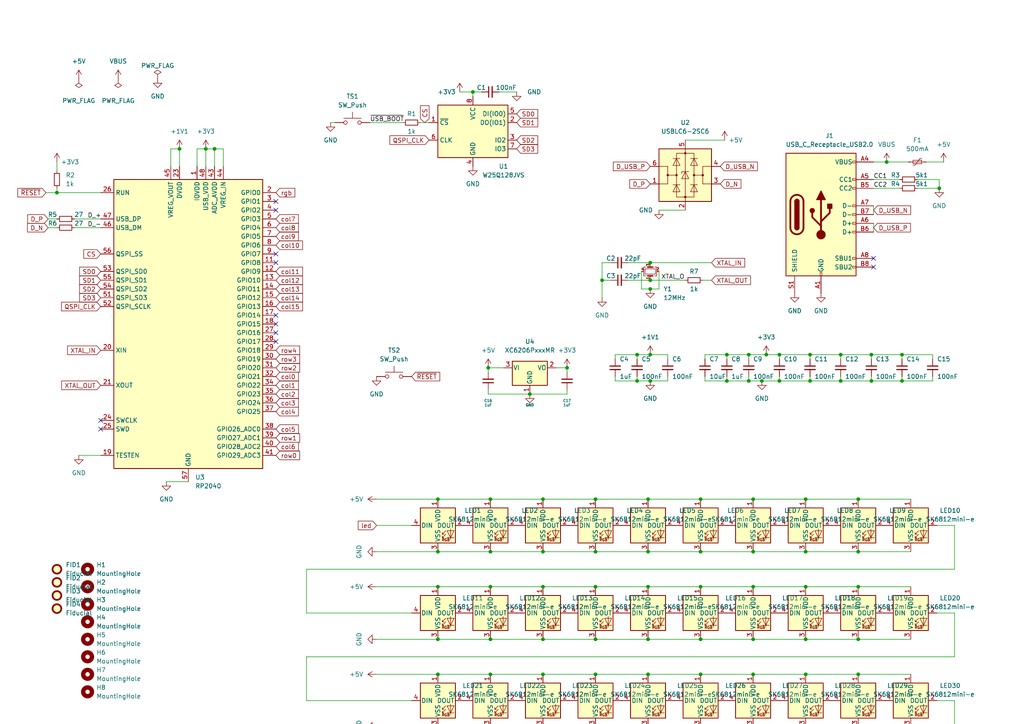
<source format=kicad_sch>
(kicad_sch (version 20211123) (generator eeschema)
  (paper "A4")
  (junction (at 127 297.18))
  (junction (at 502.92 12.7))
  (junction (at 500.38 58.42))
  (junction (at 388.62 0))
  (junction (at 477.52 38.1))
  (junction (at 172.72 195.58))
  (junction (at 187.96 287.02))
  (junction (at 142.24 170.18))
  (junction (at 157.48 297.18))
  (junction (at 157.48 271.78))
  (junction (at 218.44 195.58))
  (junction (at 187.96 195.58))
  (junction (at 411.48 7.62))
  (junction (at 439.42 25.4))
  (junction (at 248.92 170.18))
  (junction (at 203.2 185.42))
  (junction (at 490.22 25.4))
  (junction (at 157.48 144.78))
  (junction (at 188.595 81.28))
  (junction (at 142.24 246.38))
  (junction (at 335.28 58.42))
  (junction (at 414.02 0))
  (junction (at 233.68 236.22))
  (junction (at 248.92 271.78))
  (junction (at 477.52 0))
  (junction (at 172.72 220.98))
  (junction (at 203.2 271.78))
  (junction (at 347.98 7.62))
  (junction (at 513.08 58.42))
  (junction (at 490.22 38.1))
  (junction (at 449.58 33.02))
  (junction (at 335.28 33.02))
  (junction (at 157.48 170.18))
  (junction (at 386.08 33.02))
  (junction (at 248.92 220.98))
  (junction (at 515.62 12.7))
  (junction (at 210.82 110.49))
  (junction (at 439.42 12.7))
  (junction (at 218.44 297.18))
  (junction (at 449.58 45.72))
  (junction (at 210.82 102.87))
  (junction (at 248.92 144.78))
  (junction (at 127 220.98))
  (junction (at 373.38 7.62))
  (junction (at 248.92 287.02))
  (junction (at 142.24 195.58))
  (junction (at 187.96 297.18))
  (junction (at 487.68 7.62))
  (junction (at 436.88 45.72))
  (junction (at 233.68 220.98))
  (junction (at 157.48 160.02))
  (junction (at 414.02 25.4))
  (junction (at 203.2 220.98))
  (junction (at 187.96 312.42))
  (junction (at 164.465 106.68))
  (junction (at 398.78 7.62))
  (junction (at 513.08 20.32))
  (junction (at 157.48 195.58))
  (junction (at 388.62 12.7))
  (junction (at 187.96 160.02))
  (junction (at 487.68 33.02))
  (junction (at 226.06 110.49))
  (junction (at 373.38 20.32))
  (junction (at 157.48 185.42))
  (junction (at 414.02 12.7))
  (junction (at 142.24 210.82))
  (junction (at 188.595 110.49))
  (junction (at 500.38 33.02))
  (junction (at 363.22 12.7))
  (junction (at 127 287.02))
  (junction (at 233.68 170.18))
  (junction (at 426.72 12.7))
  (junction (at 335.28 20.32))
  (junction (at 375.92 12.7))
  (junction (at 436.88 7.62))
  (junction (at 502.92 38.1))
  (junction (at 218.44 246.38))
  (junction (at 188.595 102.87))
  (junction (at 233.68 210.82))
  (junction (at 337.82 38.1))
  (junction (at 172.72 170.18))
  (junction (at 142.24 297.18))
  (junction (at 203.2 246.38))
  (junction (at 474.98 33.02))
  (junction (at 248.92 210.82))
  (junction (at 127 312.42))
  (junction (at 373.38 58.42))
  (junction (at 218.44 185.42))
  (junction (at 218.44 236.22))
  (junction (at 172.72 312.42))
  (junction (at 217.17 102.87))
  (junction (at 137.16 26.67))
  (junction (at 203.2 210.82))
  (junction (at 388.62 25.4))
  (junction (at 424.18 33.02))
  (junction (at 234.95 102.87))
  (junction (at 373.38 33.02))
  (junction (at 233.68 287.02))
  (junction (at 464.82 25.4))
  (junction (at 350.52 25.4))
  (junction (at 360.68 7.62))
  (junction (at 172.72 271.78))
  (junction (at 203.2 297.18))
  (junction (at 233.68 271.78))
  (junction (at 142.24 261.62))
  (junction (at 203.2 144.78))
  (junction (at 218.44 144.78))
  (junction (at 157.48 312.42))
  (junction (at 233.68 261.62))
  (junction (at 172.72 287.02))
  (junction (at 248.92 236.22))
  (junction (at 187.96 144.78))
  (junction (at 414.02 38.1))
  (junction (at 187.96 246.38))
  (junction (at 187.96 236.22))
  (junction (at 142.24 271.78))
  (junction (at 474.98 7.62))
  (junction (at 436.88 20.32))
  (junction (at 452.12 12.7))
  (junction (at 350.52 12.7))
  (junction (at 174.625 81.28))
  (junction (at 234.95 110.49))
  (junction (at 487.68 58.42))
  (junction (at 452.12 25.4))
  (junction (at 477.52 12.7))
  (junction (at 439.42 0))
  (junction (at 62.23 43.18))
  (junction (at 218.44 271.78))
  (junction (at 335.28 7.62))
  (junction (at 335.28 45.72))
  (junction (at 218.44 170.18))
  (junction (at 187.96 210.82))
  (junction (at 365.76 127))
  (junction (at 187.96 261.62))
  (junction (at 462.28 20.32))
  (junction (at 157.48 236.22))
  (junction (at 172.72 246.38))
  (junction (at 218.44 261.62))
  (junction (at 127 271.78))
  (junction (at 218.44 160.02))
  (junction (at 347.98 45.72))
  (junction (at 424.18 7.62))
  (junction (at 337.82 25.4))
  (junction (at 272.415 54.61))
  (junction (at 243.84 102.87))
  (junction (at 477.52 25.4))
  (junction (at 248.92 160.02))
  (junction (at 222.25 102.87))
  (junction (at 363.22 25.4))
  (junction (at 388.62 38.1))
  (junction (at 203.2 312.42))
  (junction (at 218.44 220.98))
  (junction (at 127 160.02))
  (junction (at 363.22 0))
  (junction (at 424.18 45.72))
  (junction (at 233.68 185.42))
  (junction (at 233.68 195.58))
  (junction (at 233.68 160.02))
  (junction (at 127 236.22))
  (junction (at 226.06 102.87))
  (junction (at 172.72 185.42))
  (junction (at 172.72 210.82))
  (junction (at 127 246.38))
  (junction (at 172.72 236.22))
  (junction (at 500.38 20.32))
  (junction (at 350.52 0))
  (junction (at 188.595 76.2))
  (junction (at 248.92 261.62))
  (junction (at 142.24 144.78))
  (junction (at 375.92 25.4))
  (junction (at 157.48 261.62))
  (junction (at 127 210.82))
  (junction (at 59.69 43.18))
  (junction (at 500.38 45.72))
  (junction (at 16.51 55.88))
  (junction (at 515.62 0))
  (junction (at 363.22 38.1))
  (junction (at 172.72 297.18))
  (junction (at 157.48 220.98))
  (junction (at 474.98 20.32))
  (junction (at 203.2 261.62))
  (junction (at 339.09 110.49))
  (junction (at 127 170.18))
  (junction (at 172.72 160.02))
  (junction (at 184.785 102.87))
  (junction (at 252.73 102.87))
  (junction (at 360.68 45.72))
  (junction (at 261.62 102.87))
  (junction (at 157.48 287.02))
  (junction (at 452.12 38.1))
  (junction (at 436.88 33.02))
  (junction (at 325.12 38.1))
  (junction (at 464.82 0))
  (junction (at 233.68 246.38))
  (junction (at 261.62 110.49))
  (junction (at 325.12 12.7))
  (junction (at 360.68 33.02))
  (junction (at 449.58 20.32))
  (junction (at 218.44 287.02))
  (junction (at 188.595 83.82))
  (junction (at 490.22 0))
  (junction (at 500.38 7.62))
  (junction (at 203.2 160.02))
  (junction (at 203.2 287.02))
  (junction (at 426.72 0))
  (junction (at 347.98 58.42))
  (junction (at 464.82 12.7))
  (junction (at 360.68 20.32))
  (junction (at 218.44 312.42))
  (junction (at 462.28 45.72))
  (junction (at 248.92 246.38))
  (junction (at 515.62 25.4))
  (junction (at 187.96 220.98))
  (junction (at 487.68 20.32))
  (junction (at 373.38 45.72))
  (junction (at 217.17 110.49))
  (junction (at 398.78 33.02))
  (junction (at 386.08 45.72))
  (junction (at 398.78 58.42))
  (junction (at 233.68 144.78))
  (junction (at 184.785 110.49))
  (junction (at 157.48 246.38))
  (junction (at 203.2 195.58))
  (junction (at 426.72 25.4))
  (junction (at 347.98 33.02))
  (junction (at 462.28 7.62))
  (junction (at 337.82 0))
  (junction (at 248.92 195.58))
  (junction (at 386.08 20.32))
  (junction (at 52.07 43.18))
  (junction (at 424.18 20.32))
  (junction (at 490.22 12.7))
  (junction (at 142.24 185.42))
  (junction (at 142.24 287.02))
  (junction (at 203.2 170.18))
  (junction (at 142.24 312.42))
  (junction (at 142.24 220.98))
  (junction (at 462.28 33.02))
  (junction (at 325.12 25.4))
  (junction (at 449.58 7.62))
  (junction (at 452.12 0))
  (junction (at 172.72 144.78))
  (junction (at 220.98 110.49))
  (junction (at 252.73 110.49))
  (junction (at 248.92 185.42))
  (junction (at 462.28 58.42))
  (junction (at 218.44 210.82))
  (junction (at 127 195.58))
  (junction (at 157.48 210.82))
  (junction (at 347.98 20.32))
  (junction (at 141.605 106.68))
  (junction (at 337.82 12.7))
  (junction (at 243.84 110.49))
  (junction (at 203.2 236.22))
  (junction (at 474.98 45.72))
  (junction (at 127 185.42))
  (junction (at 142.24 160.02))
  (junction (at 487.68 45.72))
  (junction (at 187.96 185.42))
  (junction (at 424.18 58.42))
  (junction (at 398.78 20.32))
  (junction (at 386.08 7.62))
  (junction (at 127 261.62))
  (junction (at 153.67 114.3))
  (junction (at 257.175 46.99))
  (junction (at 187.96 271.78))
  (junction (at 142.24 236.22))
  (junction (at 172.72 261.62))
  (junction (at 127 144.78))
  (junction (at 375.92 0))
  (junction (at 187.96 170.18))
  (junction (at 339.09 127))
  (junction (at 398.78 45.72))
  (junction (at 325.12 0))
  (no_connect (at 241.3 304.8))
  (no_connect (at 80.01 93.98))
  (no_connect (at 80.01 60.96))
  (no_connect (at 80.01 73.66))
  (no_connect (at 80.01 91.44))
  (no_connect (at 80.01 96.52))
  (no_connect (at 29.21 121.92))
  (no_connect (at 253.365 74.93))
  (no_connect (at 80.01 58.42))
  (no_connect (at 253.365 77.47))
  (no_connect (at 80.01 76.2))
  (no_connect (at 29.21 124.46))
  (no_connect (at 80.01 99.06))
  (wire (pts (xy 218.44 261.62) (xy 233.68 261.62)))
  (wire (pts (xy 217.17 110.49) (xy 220.98 110.49)))
  (wire (pts (xy 474.98 33.02) (xy 487.68 33.02)))
  (wire (pts (xy 490.22 12.7) (xy 490.22 25.4)))
  (wire (pts (xy 398.78 7.62) (xy 411.48 7.62)))
  (wire (pts (xy 502.92 38.1) (xy 502.92 50.8)))
  (wire (pts (xy 109.22 195.58) (xy 127 195.58)))
  (wire (pts (xy 360.68 45.72) (xy 373.38 45.72)))
  (wire (pts (xy 226.06 110.49) (xy 226.06 109.22)))
  (wire (pts (xy 172.72 210.82) (xy 187.96 210.82)))
  (wire (pts (xy 188.595 81.28) (xy 198.755 81.28)))
  (wire (pts (xy 312.42 127) (xy 339.09 127)))
  (wire (pts (xy 386.08 45.72) (xy 398.78 45.72)))
  (wire (pts (xy 178.435 102.87) (xy 178.435 104.14)))
  (wire (pts (xy 218.44 312.42) (xy 233.68 312.42)))
  (wire (pts (xy 335.28 33.02) (xy 347.98 33.02)))
  (wire (pts (xy 210.82 109.22) (xy 210.82 110.49)))
  (wire (pts (xy 436.88 20.32) (xy 449.58 20.32)))
  (wire (pts (xy 186.055 83.82) (xy 188.595 83.82)))
  (wire (pts (xy 243.84 102.87) (xy 243.84 104.14)))
  (wire (pts (xy 182.245 81.28) (xy 188.595 81.28)))
  (wire (pts (xy 266.065 52.07) (xy 272.415 52.07)))
  (wire (pts (xy 142.24 195.58) (xy 157.48 195.58)))
  (wire (pts (xy 388.62 12.7) (xy 388.62 25.4)))
  (wire (pts (xy 218.44 210.82) (xy 233.68 210.82)))
  (wire (pts (xy 234.95 110.49) (xy 243.84 110.49)))
  (wire (pts (xy 218.44 297.18) (xy 233.68 297.18)))
  (wire (pts (xy 161.29 106.68) (xy 164.465 106.68)))
  (wire (pts (xy 462.28 58.42) (xy 487.68 58.42)))
  (wire (pts (xy 335.28 45.72) (xy 347.98 45.72)))
  (wire (pts (xy 218.44 195.58) (xy 233.68 195.58)))
  (wire (pts (xy 487.68 33.02) (xy 500.38 33.02)))
  (wire (pts (xy 157.48 210.82) (xy 172.72 210.82)))
  (wire (pts (xy 49.53 43.18) (xy 52.07 43.18)))
  (wire (pts (xy 109.22 312.42) (xy 127 312.42)))
  (wire (pts (xy 203.2 210.82) (xy 218.44 210.82)))
  (wire (pts (xy 398.78 33.02) (xy 424.18 33.02)))
  (wire (pts (xy 127 287.02) (xy 142.24 287.02)))
  (wire (pts (xy 210.82 110.49) (xy 217.17 110.49)))
  (wire (pts (xy 233.68 271.78) (xy 248.92 271.78)))
  (wire (pts (xy 142.24 236.22) (xy 157.48 236.22)))
  (wire (pts (xy 172.72 220.98) (xy 187.96 220.98)))
  (wire (pts (xy 350.52 0) (xy 350.52 12.7)))
  (wire (pts (xy 500.38 33.02) (xy 525.78 33.02)))
  (wire (pts (xy 191.135 60.96) (xy 198.755 60.96)))
  (wire (pts (xy 386.08 7.62) (xy 398.78 7.62)))
  (wire (pts (xy 436.88 33.02) (xy 449.58 33.02)))
  (wire (pts (xy 502.92 12.7) (xy 502.92 38.1)))
  (wire (pts (xy 203.835 81.28) (xy 206.375 81.28)))
  (wire (pts (xy 462.28 7.62) (xy 474.98 7.62)))
  (wire (pts (xy 515.62 12.7) (xy 515.62 25.4)))
  (wire (pts (xy 210.82 102.87) (xy 210.82 104.14)))
  (wire (pts (xy 365.76 127) (xy 358.14 127)))
  (wire (pts (xy 16.51 54.61) (xy 16.51 55.88)))
  (wire (pts (xy 218.44 170.18) (xy 233.68 170.18)))
  (wire (pts (xy 204.47 104.14) (xy 204.47 102.87)))
  (wire (pts (xy 477.52 25.4) (xy 477.52 38.1)))
  (wire (pts (xy 339.09 107.95) (xy 339.09 110.49)))
  (wire (pts (xy 464.82 12.7) (xy 464.82 25.4)))
  (wire (pts (xy 388.62 -12.7) (xy 388.62 0)))
  (wire (pts (xy 191.135 78.74) (xy 191.135 83.82)))
  (wire (pts (xy 271.78 228.6) (xy 276.86 228.6)))
  (wire (pts (xy 88.9 203.2) (xy 119.38 203.2)))
  (wire (pts (xy 16.51 55.88) (xy 29.21 55.88)))
  (wire (pts (xy 22.86 132.08) (xy 29.21 132.08)))
  (wire (pts (xy 248.92 246.38) (xy 264.16 246.38)))
  (wire (pts (xy 414.02 0) (xy 414.02 12.7)))
  (wire (pts (xy 398.78 20.32) (xy 424.18 20.32)))
  (wire (pts (xy 127 297.18) (xy 142.24 297.18)))
  (wire (pts (xy 339.09 110.49) (xy 353.06 110.49)))
  (wire (pts (xy 462.28 33.02) (xy 474.98 33.02)))
  (wire (pts (xy 187.96 236.22) (xy 203.2 236.22)))
  (wire (pts (xy 325.12 38.1) (xy 325.12 50.8)))
  (wire (pts (xy 500.38 7.62) (xy 525.78 7.62)))
  (wire (pts (xy 477.52 38.1) (xy 477.52 50.8)))
  (wire (pts (xy 487.68 7.62) (xy 500.38 7.62)))
  (wire (pts (xy 411.48 7.62) (xy 424.18 7.62)))
  (wire (pts (xy 157.48 195.58) (xy 172.72 195.58)))
  (wire (pts (xy 48.26 139.7) (xy 54.61 139.7)))
  (wire (pts (xy 88.9 215.9) (xy 276.86 215.9)))
  (wire (pts (xy 347.98 45.72) (xy 360.68 45.72)))
  (wire (pts (xy 339.09 110.49) (xy 339.09 113.03)))
  (wire (pts (xy 226.06 102.87) (xy 234.95 102.87)))
  (wire (pts (xy 187.96 287.02) (xy 203.2 287.02)))
  (wire (pts (xy 203.2 144.78) (xy 218.44 144.78)))
  (wire (pts (xy 203.2 312.42) (xy 218.44 312.42)))
  (wire (pts (xy 217.17 102.87) (xy 210.82 102.87)))
  (wire (pts (xy 234.95 102.87) (xy 243.84 102.87)))
  (wire (pts (xy 218.44 220.98) (xy 233.68 220.98)))
  (wire (pts (xy 424.18 33.02) (xy 436.88 33.02)))
  (wire (pts (xy 88.9 177.8) (xy 119.38 177.8)))
  (wire (pts (xy 141.605 113.03) (xy 141.605 114.3)))
  (wire (pts (xy 513.08 58.42) (xy 525.78 58.42)))
  (wire (pts (xy 347.98 20.32) (xy 360.68 20.32)))
  (wire (pts (xy 257.175 46.99) (xy 263.525 46.99)))
  (wire (pts (xy 276.86 266.7) (xy 88.9 266.7)))
  (wire (pts (xy 52.07 43.18) (xy 52.07 48.26)))
  (wire (pts (xy 188.595 76.2) (xy 206.375 76.2)))
  (wire (pts (xy 424.18 58.42) (xy 462.28 58.42)))
  (wire (pts (xy 174.625 81.28) (xy 174.625 86.36)))
  (wire (pts (xy 477.52 12.7) (xy 477.52 25.4)))
  (wire (pts (xy 276.86 152.4) (xy 276.86 165.1)))
  (wire (pts (xy 248.92 287.02) (xy 264.16 287.02)))
  (wire (pts (xy 317.5 45.72) (xy 335.28 45.72)))
  (wire (pts (xy 449.58 20.32) (xy 462.28 20.32)))
  (wire (pts (xy 414.02 38.1) (xy 414.02 50.8)))
  (wire (pts (xy 398.78 58.42) (xy 424.18 58.42)))
  (wire (pts (xy 271.78 152.4) (xy 276.86 152.4)))
  (wire (pts (xy 373.38 33.02) (xy 386.08 33.02)))
  (wire (pts (xy 186.055 78.74) (xy 186.055 83.82)))
  (wire (pts (xy 142.24 170.18) (xy 157.48 170.18)))
  (wire (pts (xy 353.06 110.49) (xy 353.06 119.38)))
  (wire (pts (xy 184.785 102.87) (xy 184.785 104.14)))
  (wire (pts (xy 253.365 46.99) (xy 257.175 46.99)))
  (wire (pts (xy 64.77 43.18) (xy 64.77 48.26)))
  (wire (pts (xy 401.32 -12.7) (xy 401.32 0)))
  (wire (pts (xy 182.245 76.2) (xy 188.595 76.2)))
  (wire (pts (xy 127 271.78) (xy 142.24 271.78)))
  (wire (pts (xy 452.12 0) (xy 452.12 12.7)))
  (wire (pts (xy 187.96 144.78) (xy 203.2 144.78)))
  (wire (pts (xy 350.52 -12.7) (xy 350.52 0)))
  (wire (pts (xy 439.42 -12.7) (xy 439.42 0)))
  (wire (pts (xy 490.22 0) (xy 490.22 12.7)))
  (wire (pts (xy 252.73 109.22) (xy 252.73 110.49)))
  (wire (pts (xy 462.28 20.32) (xy 474.98 20.32)))
  (wire (pts (xy 172.72 271.78) (xy 187.96 271.78)))
  (wire (pts (xy 424.18 45.72) (xy 436.88 45.72)))
  (wire (pts (xy 276.86 279.4) (xy 276.86 292.1)))
  (wire (pts (xy 335.28 20.32) (xy 347.98 20.32)))
  (wire (pts (xy 217.17 102.87) (xy 217.17 104.14)))
  (wire (pts (xy 386.08 33.02) (xy 398.78 33.02)))
  (wire (pts (xy 193.675 110.49) (xy 193.675 109.22)))
  (wire (pts (xy 414.02 25.4) (xy 414.02 38.1)))
  (wire (pts (xy 233.68 236.22) (xy 248.92 236.22)))
  (wire (pts (xy 233.68 261.62) (xy 248.92 261.62)))
  (wire (pts (xy 127 210.82) (xy 142.24 210.82)))
  (wire (pts (xy 88.9 304.8) (xy 119.38 304.8)))
  (wire (pts (xy 203.2 271.78) (xy 218.44 271.78)))
  (wire (pts (xy 424.18 20.32) (xy 436.88 20.32)))
  (wire (pts (xy 276.86 203.2) (xy 276.86 215.9)))
  (wire (pts (xy 474.98 45.72) (xy 487.68 45.72)))
  (wire (pts (xy 253.365 59.69) (xy 253.365 62.23)))
  (wire (pts (xy 157.48 170.18) (xy 172.72 170.18)))
  (wire (pts (xy 337.82 -12.7) (xy 337.82 0)))
  (wire (pts (xy 133.35 26.67) (xy 137.16 26.67)))
  (wire (pts (xy 109.22 210.82) (xy 127 210.82)))
  (wire (pts (xy 109.22 271.78) (xy 127 271.78)))
  (wire (pts (xy 436.88 45.72) (xy 449.58 45.72)))
  (wire (pts (xy 449.58 45.72) (xy 462.28 45.72)))
  (wire (pts (xy 13.97 63.5) (xy 16.51 63.5)))
  (wire (pts (xy 109.22 152.4) (xy 119.38 152.4)))
  (wire (pts (xy 109.22 220.98) (xy 127 220.98)))
  (wire (pts (xy 261.62 102.87) (xy 270.51 102.87)))
  (wire (pts (xy 62.23 43.18) (xy 64.77 43.18)))
  (wire (pts (xy 339.09 118.11) (xy 339.09 127)))
  (wire (pts (xy 398.78 45.72) (xy 424.18 45.72)))
  (wire (pts (xy 157.48 185.42) (xy 172.72 185.42)))
  (wire (pts (xy 386.08 20.32) (xy 398.78 20.32)))
  (wire (pts (xy 172.72 236.22) (xy 187.96 236.22)))
  (wire (pts (xy 268.605 46.99) (xy 273.685 46.99)))
  (wire (pts (xy 187.96 210.82) (xy 203.2 210.82)))
  (wire (pts (xy 21.59 63.5) (xy 29.21 63.5)))
  (wire (pts (xy 191.135 83.82) (xy 188.595 83.82)))
  (wire (pts (xy 248.92 185.42) (xy 264.16 185.42)))
  (wire (pts (xy 203.2 160.02) (xy 218.44 160.02)))
  (wire (pts (xy 363.22 25.4) (xy 363.22 38.1)))
  (wire (pts (xy 187.96 160.02) (xy 203.2 160.02)))
  (wire (pts (xy 513.08 20.32) (xy 525.78 20.32)))
  (wire (pts (xy 172.72 287.02) (xy 187.96 287.02)))
  (wire (pts (xy 153.67 114.3) (xy 164.465 114.3)))
  (wire (pts (xy 462.28 45.72) (xy 474.98 45.72)))
  (wire (pts (xy 261.62 110.49) (xy 270.51 110.49)))
  (wire (pts (xy 347.98 7.62) (xy 360.68 7.62)))
  (wire (pts (xy 127 170.18) (xy 142.24 170.18)))
  (wire (pts (xy 203.2 195.58) (xy 218.44 195.58)))
  (wire (pts (xy 109.22 170.18) (xy 127 170.18)))
  (wire (pts (xy 121.92 35.56) (xy 124.46 35.56)))
  (wire (pts (xy 248.92 170.18) (xy 264.16 170.18)))
  (wire (pts (xy 141.605 106.68) (xy 141.605 107.95)))
  (wire (pts (xy 127 160.02) (xy 142.24 160.02)))
  (wire (pts (xy 142.24 246.38) (xy 157.48 246.38)))
  (wire (pts (xy 142.24 261.62) (xy 157.48 261.62)))
  (wire (pts (xy 217.17 109.22) (xy 217.17 110.49)))
  (wire (pts (xy 203.2 236.22) (xy 218.44 236.22)))
  (wire (pts (xy 248.92 261.62) (xy 264.16 261.62)))
  (wire (pts (xy 276.86 228.6) (xy 276.86 241.3)))
  (wire (pts (xy 142.24 160.02) (xy 157.48 160.02)))
  (wire (pts (xy 198.755 40.64) (xy 210.185 40.64)))
  (wire (pts (xy 363.22 0) (xy 363.22 12.7)))
  (wire (pts (xy 325.12 25.4) (xy 325.12 38.1)))
  (wire (pts (xy 347.98 33.02) (xy 360.68 33.02)))
  (wire (pts (xy 142.24 220.98) (xy 157.48 220.98)))
  (wire (pts (xy 248.92 144.78) (xy 264.16 144.78)))
  (wire (pts (xy 363.22 38.1) (xy 363.22 50.8)))
  (wire (pts (xy 184.785 102.87) (xy 178.435 102.87)))
  (wire (pts (xy 127 246.38) (xy 142.24 246.38)))
  (wire (pts (xy 172.72 312.42) (xy 187.96 312.42)))
  (wire (pts (xy 187.96 261.62) (xy 203.2 261.62)))
  (wire (pts (xy 502.92 -12.7) (xy 502.92 12.7)))
  (wire (pts (xy 325.12 12.7) (xy 325.12 25.4)))
  (wire (pts (xy 127 312.42) (xy 142.24 312.42)))
  (wire (pts (xy 243.84 109.22) (xy 243.84 110.49)))
  (wire (pts (xy 271.78 254) (xy 276.86 254)))
  (wire (pts (xy 276.86 177.8) (xy 276.86 190.5)))
  (wire (pts (xy 109.22 287.02) (xy 127 287.02)))
  (wire (pts (xy 109.22 185.42) (xy 127 185.42)))
  (wire (pts (xy 234.95 102.87) (xy 234.95 104.14)))
  (wire (pts (xy 487.68 45.72) (xy 500.38 45.72)))
  (wire (pts (xy 142.24 144.78) (xy 157.48 144.78)))
  (wire (pts (xy 222.25 102.87) (xy 226.06 102.87)))
  (wire (pts (xy 436.88 7.62) (xy 449.58 7.62)))
  (wire (pts (xy 109.22 297.18) (xy 127 297.18)))
  (wire (pts (xy 233.68 160.02) (xy 248.92 160.02)))
  (wire (pts (xy 142.24 185.42) (xy 157.48 185.42)))
  (wire (pts (xy 449.58 33.02) (xy 462.28 33.02)))
  (wire (pts (xy 88.9 190.5) (xy 88.9 203.2)))
  (wire (pts (xy 88.9 254) (xy 119.38 254)))
  (wire (pts (xy 172.72 246.38) (xy 187.96 246.38)))
  (wire (pts (xy 157.48 220.98) (xy 172.72 220.98)))
  (wire (pts (xy 317.5 7.62) (xy 335.28 7.62)))
  (wire (pts (xy 335.28 58.42) (xy 347.98 58.42)))
  (wire (pts (xy 172.72 170.18) (xy 187.96 170.18)))
  (wire (pts (xy 109.22 261.62) (xy 127 261.62)))
  (wire (pts (xy 252.73 102.87) (xy 261.62 102.87)))
  (wire (pts (xy 174.625 81.28) (xy 177.165 81.28)))
  (wire (pts (xy 500.38 58.42) (xy 513.08 58.42)))
  (wire (pts (xy 248.92 236.22) (xy 264.16 236.22)))
  (wire (pts (xy 127 220.98) (xy 142.24 220.98)))
  (wire (pts (xy 188.595 102.87) (xy 193.675 102.87)))
  (wire (pts (xy 452.12 25.4) (xy 452.12 38.1)))
  (wire (pts (xy 49.53 48.26) (xy 49.53 43.18)))
  (wire (pts (xy 350.52 12.7) (xy 350.52 25.4)))
  (wire (pts (xy 360.68 20.32) (xy 373.38 20.32)))
  (wire (pts (xy 127 236.22) (xy 142.24 236.22)))
  (wire (pts (xy 157.48 312.42) (xy 172.72 312.42)))
  (wire (pts (xy 426.72 -12.7) (xy 426.72 0)))
  (wire (pts (xy 226.06 102.87) (xy 226.06 104.14)))
  (wire (pts (xy 439.42 25.4) (xy 439.42 38.1)))
  (wire (pts (xy 174.625 76.2) (xy 174.625 81.28)))
  (wire (pts (xy 172.72 261.62) (xy 187.96 261.62)))
  (wire (pts (xy 59.69 43.18) (xy 62.23 43.18)))
  (wire (pts (xy 109.22 246.38) (xy 127 246.38)))
  (wire (pts (xy 59.69 43.18) (xy 59.69 48.26)))
  (wire (pts (xy 276.86 165.1) (xy 88.9 165.1)))
  (wire (pts (xy 153.67 114.3) (xy 141.605 114.3)))
  (wire (pts (xy 21.59 66.04) (xy 29.21 66.04)))
  (wire (pts (xy 325.12 0) (xy 325.12 12.7)))
  (wire (pts (xy 187.96 297.18) (xy 203.2 297.18)))
  (wire (pts (xy 477.52 -12.7) (xy 477.52 0)))
  (wire (pts (xy 233.68 170.18) (xy 248.92 170.18)))
  (wire (pts (xy 270.51 110.49) (xy 270.51 109.22)))
  (wire (pts (xy 373.38 45.72) (xy 386.08 45.72)))
  (wire (pts (xy 188.595 110.49) (xy 193.675 110.49)))
  (wire (pts (xy 187.96 195.58) (xy 203.2 195.58)))
  (wire (pts (xy 248.92 210.82) (xy 264.16 210.82)))
  (wire (pts (xy 142.24 210.82) (xy 157.48 210.82)))
  (wire (pts (xy 375.92 12.7) (xy 375.92 25.4)))
  (wire (pts (xy 88.9 165.1) (xy 88.9 177.8)))
  (wire (pts (xy 317.5 58.42) (xy 335.28 58.42)))
  (wire (pts (xy 388.62 0) (xy 388.62 12.7)))
  (wire (pts (xy 452.12 -12.7) (xy 452.12 0)))
  (wire (pts (xy 487.68 20.32) (xy 500.38 20.32)))
  (wire (pts (xy 248.92 271.78) (xy 264.16 271.78)))
  (wire (pts (xy 172.72 144.78) (xy 187.96 144.78)))
  (wire (pts (xy 172.72 195.58) (xy 187.96 195.58)))
  (wire (pts (xy 187.96 220.98) (xy 203.2 220.98)))
  (wire (pts (xy 276.86 254) (xy 276.86 266.7)))
  (wire (pts (xy 13.335 55.88) (xy 16.51 55.88)))
  (wire (pts (xy 157.48 271.78) (xy 172.72 271.78)))
  (wire (pts (xy 363.22 -12.7) (xy 363.22 0)))
  (wire (pts (xy 141.605 106.68) (xy 146.05 106.68)))
  (wire (pts (xy 217.17 102.87) (xy 222.25 102.87)))
  (wire (pts (xy 127 144.78) (xy 142.24 144.78)))
  (wire (pts (xy 365.76 127) (xy 368.3 127)))
  (wire (pts (xy 226.06 110.49) (xy 234.95 110.49)))
  (wire (pts (xy 261.62 110.49) (xy 261.62 109.22)))
  (wire (pts (xy 233.68 185.42) (xy 248.92 185.42)))
  (wire (pts (xy 233.68 287.02) (xy 248.92 287.02)))
  (wire (pts (xy 157.48 236.22) (xy 172.72 236.22)))
  (wire (pts (xy 157.48 144.78) (xy 172.72 144.78)))
  (wire (pts (xy 88.9 292.1) (xy 88.9 304.8)))
  (wire (pts (xy 339.09 127) (xy 347.98 127)))
  (wire (pts (xy 204.47 109.22) (xy 204.47 110.49)))
  (wire (pts (xy 62.23 43.18) (xy 62.23 48.26)))
  (wire (pts (xy 464.82 0) (xy 464.82 12.7)))
  (wire (pts (xy 426.72 0) (xy 426.72 12.7)))
  (wire (pts (xy 107.315 35.56) (xy 116.84 35.56)))
  (wire (pts (xy 157.48 297.18) (xy 172.72 297.18)))
  (wire (pts (xy 373.38 20.32) (xy 386.08 20.32)))
  (wire (pts (xy 464.82 -12.7) (xy 464.82 0)))
  (wire (pts (xy 360.68 7.62) (xy 373.38 7.62)))
  (wire (pts (xy 271.78 279.4) (xy 276.86 279.4)))
  (wire (pts (xy 253.365 64.77) (xy 253.365 67.31)))
  (wire (pts (xy 449.58 7.62) (xy 462.28 7.62)))
  (wire (pts (xy 88.9 241.3) (xy 276.86 241.3)))
  (wire (pts (xy 271.78 177.8) (xy 276.86 177.8)))
  (wire (pts (xy 203.2 246.38) (xy 218.44 246.38)))
  (wire (pts (xy 88.9 266.7) (xy 88.9 279.4)))
  (wire (pts (xy 203.2 287.02) (xy 218.44 287.02)))
  (wire (pts (xy 347.98 58.42) (xy 373.38 58.42)))
  (wire (pts (xy 188.595 102.87) (xy 184.785 102.87)))
  (wire (pts (xy 477.52 0) (xy 477.52 12.7)))
  (wire (pts (xy 271.78 203.2) (xy 276.86 203.2)))
  (wire (pts (xy 157.48 246.38) (xy 172.72 246.38)))
  (wire (pts (xy 414.02 -12.7) (xy 414.02 0)))
  (wire (pts (xy 184.785 110.49) (xy 188.595 110.49)))
  (wire (pts (xy 172.72 297.18) (xy 187.96 297.18)))
  (wire (pts (xy 452.12 12.7) (xy 452.12 25.4)))
  (wire (pts (xy 177.165 76.2) (xy 174.625 76.2)))
  (wire (pts (xy 187.96 312.42) (xy 203.2 312.42)))
  (wire (pts (xy 88.9 292.1) (xy 276.86 292.1)))
  (wire (pts (xy 142.24 287.02) (xy 157.48 287.02)))
  (wire (pts (xy 187.96 185.42) (xy 203.2 185.42)))
  (wire (pts (xy 490.22 25.4) (xy 490.22 38.1)))
  (wire (pts (xy 365.76 118.11) (xy 365.76 127)))
  (wire (pts (xy 204.47 102.87) (xy 210.82 102.87)))
  (wire (pts (xy 57.15 43.18) (xy 59.69 43.18)))
  (wire (pts (xy 252.73 102.87) (xy 252.73 104.14)))
  (wire (pts (xy 57.15 48.26) (xy 57.15 43.18)))
  (wire (pts (xy 253.365 52.07) (xy 260.985 52.07)))
  (wire (pts (xy 220.98 110.49) (xy 226.06 110.49)))
  (wire (pts (xy 137.16 26.67) (xy 137.16 27.94)))
  (wire (pts (xy 218.44 236.22) (xy 233.68 236.22)))
  (wire (pts (xy 127 195.58) (xy 142.24 195.58)))
  (wire (pts (xy 248.92 160.02) (xy 264.16 160.02)))
  (wire (pts (xy 204.47 110.49) (xy 210.82 110.49)))
  (wire (pts (xy 193.675 102.87) (xy 193.675 104.14)))
  (wire (pts (xy 464.82 25.4) (xy 464.82 38.1)))
  (wire (pts (xy 373.38 7.62) (xy 386.08 7.62)))
  (wire (pts (xy 337.82 38.1) (xy 337.82 50.8)))
  (wire (pts (xy 243.84 110.49) (xy 252.73 110.49)))
  (wire (pts (xy 474.98 20.32) (xy 487.68 20.32)))
  (wire (pts (xy 266.065 54.61) (xy 272.415 54.61)))
  (wire (pts (xy 203.2 185.42) (xy 218.44 185.42)))
  (wire (pts (xy 490.22 38.1) (xy 490.22 50.8)))
  (wire (pts (xy 184.785 109.22) (xy 184.785 110.49)))
  (wire (pts (xy 243.84 102.87) (xy 252.73 102.87)))
  (wire (pts (xy 187.96 271.78) (xy 203.2 271.78)))
  (wire (pts (xy 157.48 287.02) (xy 172.72 287.02)))
  (wire (pts (xy 203.2 220.98) (xy 218.44 220.98)))
  (wire (pts (xy 233.68 210.82) (xy 248.92 210.82)))
  (wire (pts (xy 109.22 160.02) (xy 127 160.02)))
  (wire (pts (xy 233.68 246.38) (xy 248.92 246.38)))
  (wire (pts (xy 16.51 46.99) (xy 16.51 49.53)))
  (wire (pts (xy 363.22 12.7) (xy 363.22 25.4)))
  (wire (pts (xy 187.96 170.18) (xy 203.2 170.18)))
  (wire (pts (xy 335.28 7.62) (xy 347.98 7.62)))
  (wire (pts (xy 109.22 144.78) (xy 127 144.78)))
  (wire (pts (xy 388.62 25.4) (xy 388.62 38.1)))
  (wire (pts (xy 234.95 110.49) (xy 234.95 109.22)))
  (wire (pts (xy 218.44 144.78) (xy 233.68 144.78)))
  (wire (pts (xy 142.24 312.42) (xy 157.48 312.42)))
  (wire (pts (xy 157.48 261.62) (xy 172.72 261.62)))
  (wire (pts (xy 490.22 -12.7) (xy 490.22 0)))
  (wire (pts (xy 218.44 185.42) (xy 233.68 185.42)))
  (wire (pts (xy 375.92 0) (xy 375.92 12.7)))
  (wire (pts (xy 157.48 160.02) (xy 172.72 160.02)))
  (wire (pts (xy 203.2 261.62) (xy 218.44 261.62)))
  (wire (pts (xy 426.72 25.4) (xy 426.72 38.1)))
  (wire (pts (xy 515.62 25.4) (xy 515.62 50.8)))
  (wire (pts (xy 500.38 20.32) (xy 513.08 20.32)))
  (wire (pts (xy 388.62 38.1) (xy 388.62 50.8)))
  (wire (pts (xy 178.435 109.22) (xy 178.435 110.49)))
  (wire (pts (xy 248.92 220.98) (xy 264.16 220.98)))
  (wire (pts (xy 375.92 25.4) (xy 375.92 38.1)))
  (wire (pts (xy 317.5 33.02) (xy 335.28 33.02)))
  (wire (pts (xy 365.76 107.95) (xy 365.76 113.03)))
  (wire (pts (xy 178.435 110.49) (xy 184.785 110.49)))
  (wire (pts (xy 350.52 25.4) (xy 350.52 38.1)))
  (wire (pts (xy 144.78 26.67) (xy 149.86 26.67)))
  (wire (pts (xy 360.68 33.02) (xy 373.38 33.02)))
  (wire (pts (xy 272.415 52.07) (xy 272.415 54.61)))
  (wire (pts (xy 127 185.42) (xy 142.24 185.42)))
  (wire (pts (xy 172.72 185.42) (xy 187.96 185.42)))
  (wire (pts (xy 337.82 25.4) (xy 337.82 38.1)))
  (wire (pts (xy 88.9 279.4) (xy 119.38 279.4)))
  (wire (pts (xy 13.97 66.04) (xy 16.51 66.04)))
  (wire (pts (xy 88.9 190.5) (xy 276.86 190.5)))
  (wire (pts (xy 426.72 12.7) (xy 426.72 25.4)))
  (wire (pts (xy 164.465 113.03) (xy 164.465 114.3)))
  (wire (pts (xy 187.96 246.38) (xy 203.2 246.38)))
  (wire (pts (xy 233.68 144.78) (xy 248.92 144.78)))
  (wire (pts (xy 424.18 7.62) (xy 436.88 7.62)))
  (wire (pts (xy 88.9 228.6) (xy 119.38 228.6)))
  (wire (pts (xy 253.365 54.61) (xy 260.985 54.61)))
  (wire (pts (xy 337.82 12.7) (xy 337.82 25.4)))
  (wire (pts (xy 88.9 241.3) (xy 88.9 254)))
  (wire (pts (xy 487.68 58.42) (xy 500.38 58.42)))
  (wire (pts (xy 500.38 45.72) (xy 513.08 45.72)))
  (wire (pts (xy 270.51 102.87) (xy 270.51 104.14)))
  (wire (pts (xy 164.465 106.68) (xy 164.465 107.95)))
  (wire (pts (xy 252.73 110.49) (xy 261.62 110.49)))
  (wire (pts (xy 233.68 220.98) (xy 248.92 220.98)))
  (wire (pts (xy 95.885 35.56) (xy 97.155 35.56)))
  (wire (pts (xy 218.44 246.38) (xy 233.68 246.38)))
  (wire (pts (xy 127 261.62) (xy 142.24 261.62)))
  (wire (pts (xy 172.72 160.02) (xy 187.96 160.02)))
  (wire (pts (xy 233.68 195.58) (xy 248.92 195.58)))
  (wire (pts (xy 439.42 12.7) (xy 439.42 25.4)))
  (wire (pts (xy 218.44 160.02) (xy 233.68 160.02)))
  (wire (pts (xy 474.98 7.62) (xy 487.68 7.62)))
  (wire (pts (xy 414.02 12.7) (xy 414.02 25.4)))
  (wire (pts (xy 218.44 287.02) (xy 233.68 287.02)))
  (wire (pts (xy 375.92 -12.7) (xy 375.92 0)))
  (wire (pts (xy 203.2 297.18) (xy 218.44 297.18)))
  (wire (pts (xy 439.42 0) (xy 439.42 12.7)))
  (wire (pts (xy 515.62 0) (xy 515.62 12.7)))
  (wire (pts (xy 137.16 26.67) (xy 139.7 26.67)))
  (wire (pts (xy 248.92 195.58) (xy 264.16 195.58)))
  (wire (pts (xy 261.62 102.87) (xy 261.62 104.14)))
  (wire (pts (xy 218.44 271.78) (xy 233.68 271.78)))
  (wire (pts (xy 142.24 297.18) (xy 157.48 297.18)))
  (wire (pts (xy 373.38 58.42) (xy 398.78 58.42)))
  (wire (pts (xy 203.2 170.18) (xy 218.44 170.18)))
  (wire (pts (xy 88.9 215.9) (xy 88.9 228.6)))
  (wire (pts (xy 109.22 236.22) (xy 127 236.22)))
  (wire (pts (xy 515.62 -12.7) (xy 515.62 0)))
  (wire (pts (xy 317.5 20.32) (xy 335.28 20.32)))
  (wire (pts (xy 337.82 0) (xy 337.82 12.7)))
  (wire (pts (xy 142.24 271.78) (xy 157.48 271.78)))
  (wire (pts (xy 452.12 38.1) (xy 452.12 50.8)))
  (wire (pts (xy 325.12 -12.7) (xy 325.12 0)))
  (image (at 392.43 -115.57))
  (label "CC2" (at 253.365 54.61 0))
  (label "CC1" (at 253.365 52.07 0))
  (label "~{USB_BOOT}" (at 107.315 35.56 0))
  (label "D_-" (at 25.4 66.04 0))
  (label "XTAL_O" (at 191.77 81.28 0))
  (label "D_+" (at 25.4 63.5 0))
  (global_label "D_USB_P" (shape input) (at 253.365 66.04 0) (property "Intersheet References" "${INTERSHEET_REFS}" (effects hide)))
  (global_label "col11" (shape input) (at 464.82 -12.7 90) (property "Intersheet References" "${INTERSHEET_REFS}" (effects hide)))
  (global_label "col6" (shape input) (at 401.32 -12.7 90) (property "Intersheet References" "${INTERSHEET_REFS}" (effects hide)))
  (global_label "col3" (shape input) (at 363.22 -12.7 90) (property "Intersheet References" "${INTERSHEET_REFS}" (effects hide)))
  (global_label "QSPI_CLK" (shape input) (at 124.46 40.64 180) (property "Intersheet References" "${INTERSHEET_REFS}" (effects hide)))
  (global_label "row3" (shape input) (at 80.01 104.14 0) (property "Intersheet References" "${INTERSHEET_REFS}" (effects hide)))
  (global_label "col7" (shape input) (at 414.02 -12.7 90) (property "Intersheet References" "${INTERSHEET_REFS}" (effects hide)))
  (global_label "SD1" (shape input) (at 149.86 35.56 0) (property "Intersheet References" "${INTERSHEET_REFS}" (effects hide)))
  (global_label "XTAL_IN" (shape input) (at 206.375 76.2 0) (property "Intersheet References" "${INTERSHEET_REFS}" (effects hide)))
  (global_label "CS" (shape input) (at 123.19 35.56 90) (property "Intersheet References" "${INTERSHEET_REFS}" (effects hide)))
  (global_label "col0" (shape input) (at 325.12 -12.7 90) (property "Intersheet References" "${INTERSHEET_REFS}" (effects hide)))
  (global_label "col13" (shape input) (at 80.01 83.82 0) (property "Intersheet References" "${INTERSHEET_REFS}" (effects hide)))
  (global_label "col5" (shape input) (at 80.01 124.46 0) (property "Intersheet References" "${INTERSHEET_REFS}" (effects hide)))
  (global_label "row3" (shape input) (at 317.5 45.72 180) (property "Intersheet References" "${INTERSHEET_REFS}" (effects hide)))
  (global_label "col6" (shape input) (at 80.01 129.54 0) (property "Intersheet References" "${INTERSHEET_REFS}" (effects hide)))
  (global_label "row2" (shape input) (at 317.5 33.02 180) (property "Intersheet References" "${INTERSHEET_REFS}" (effects hide)))
  (global_label "SD1" (shape input) (at 29.21 81.28 180) (property "Intersheet References" "${INTERSHEET_REFS}" (effects hide)))
  (global_label "rgb" (shape input) (at 80.01 55.88 0) (property "Intersheet References" "${INTERSHEET_REFS}" (effects hide)))
  (global_label "D_P" (shape input) (at 188.595 53.34 180) (property "Intersheet References" "${INTERSHEET_REFS}" (effects hide)))
  (global_label "col1" (shape input) (at 80.01 111.76 0) (property "Intersheet References" "${INTERSHEET_REFS}" (effects hide)))
  (global_label "col10" (shape input) (at 452.12 -12.7 90) (property "Intersheet References" "${INTERSHEET_REFS}" (effects hide)))
  (global_label "row1" (shape input) (at 80.01 127 0) (property "Intersheet References" "${INTERSHEET_REFS}" (effects hide)))
  (global_label "~{RESET}" (shape input) (at 119.38 109.22 0) (property "Intersheet References" "${INTERSHEET_REFS}" (effects hide)))
  (global_label "D_N" (shape input) (at 208.915 53.34 0) (property "Intersheet References" "${INTERSHEET_REFS}" (effects hide)))
  (global_label "XTAL_OUT" (shape input) (at 206.375 81.28 0) (property "Intersheet References" "${INTERSHEET_REFS}" (effects hide)))
  (global_label "col8" (shape input) (at 426.72 -12.7 90) (property "Intersheet References" "${INTERSHEET_REFS}" (effects hide)))
  (global_label "D_N" (shape input) (at 13.97 66.04 180) (property "Intersheet References" "${INTERSHEET_REFS}" (effects hide)))
  (global_label "col1" (shape input) (at 337.82 -12.7 90) (property "Intersheet References" "${INTERSHEET_REFS}" (effects hide)))
  (global_label "row4" (shape input) (at 80.01 101.6 0) (property "Intersheet References" "${INTERSHEET_REFS}" (effects hide)))
  (global_label "D_USB_P" (shape input) (at 188.595 48.26 180) (property "Intersheet References" "${INTERSHEET_REFS}" (effects hide)))
  (global_label "row0" (shape input) (at 80.01 132.08 0) (property "Intersheet References" "${INTERSHEET_REFS}" (effects hide)))
  (global_label "XTAL_OUT" (shape input) (at 29.21 111.76 180) (property "Intersheet References" "${INTERSHEET_REFS}" (effects hide)))
  (global_label "SD3" (shape input) (at 149.86 43.18 0) (property "Intersheet References" "${INTERSHEET_REFS}" (effects hide)))
  (global_label "D_P" (shape input) (at 13.97 63.5 180) (property "Intersheet References" "${INTERSHEET_REFS}" (effects hide)))
  (global_label "col3" (shape input) (at 80.01 116.84 0) (property "Intersheet References" "${INTERSHEET_REFS}" (effects hide)))
  (global_label "col12" (shape input) (at 80.01 81.28 0) (property "Intersheet References" "${INTERSHEET_REFS}" (effects hide)))
  (global_label "col10" (shape input) (at 80.01 71.12 0) (property "Intersheet References" "${INTERSHEET_REFS}" (effects hide)))
  (global_label "row1" (shape input) (at 317.5 20.32 180) (property "Intersheet References" "${INTERSHEET_REFS}" (effects hide)))
  (global_label "col0" (shape input) (at 80.01 109.22 0) (property "Intersheet References" "${INTERSHEET_REFS}" (effects hide)))
  (global_label "col8" (shape input) (at 80.01 66.04 0) (property "Intersheet References" "${INTERSHEET_REFS}" (effects hide)))
  (global_label "D_USB_N" (shape input) (at 208.915 48.26 0) (property "Intersheet References" "${INTERSHEET_REFS}" (effects hide)))
  (global_label "col14" (shape input) (at 80.01 86.36 0) (property "Intersheet References" "${INTERSHEET_REFS}" (effects hide)))
  (global_label "~{RESET}" (shape input) (at 13.335 55.88 180) (property "Intersheet References" "${INTERSHEET_REFS}" (effects hide)))
  (global_label "led" (shape input) (at 368.3 127 0) (property "Intersheet References" "${INTERSHEET_REFS}" (effects hide)))
  (global_label "QSPI_CLK" (shape input) (at 29.21 88.9 180) (property "Intersheet References" "${INTERSHEET_REFS}" (effects hide)))
  (global_label "D_USB_N" (shape input) (at 253.365 60.96 0) (property "Intersheet References" "${INTERSHEET_REFS}" (effects hide)))
  (global_label "SD2" (shape input) (at 29.21 83.82 180) (property "Intersheet References" "${INTERSHEET_REFS}" (effects hide)))
  (global_label "row2" (shape input) (at 80.01 106.68 0) (property "Intersheet References" "${INTERSHEET_REFS}" (effects hide)))
  (global_label "rgb" (shape input) (at 312.42 127 180) (property "Intersheet References" "${INTERSHEET_REFS}" (effects hide)))
  (global_label "SD2" (shape input) (at 149.86 40.64 0) (property "Intersheet References" "${INTERSHEET_REFS}" (effects hide)))
  (global_label "col13" (shape input) (at 490.22 -12.7 90) (property "Intersheet References" "${INTERSHEET_REFS}" (effects hide)))
  (global_label "SD0" (shape input) (at 149.86 33.02 0) (property "Intersheet References" "${INTERSHEET_REFS}" (effects hide)))
  (global_label "col2" (shape input) (at 350.52 -12.7 90) (property "Intersheet References" "${INTERSHEET_REFS}" (effects hide)))
  (global_label "CS" (shape input) (at 29.21 73.66 180) (property "Intersheet References" "${INTERSHEET_REFS}" (effects hide)))
  (global_label "col15" (shape input) (at 80.01 88.9 0) (property "Intersheet References" "${INTERSHEET_REFS}" (effects hide)))
  (global_label "col7" (shape input) (at 80.01 63.5 0) (property "Intersheet References" "${INTERSHEET_REFS}" (effects hide)))
  (global_label "col12" (shape input) (at 477.52 -12.7 90) (property "Intersheet References" "${INTERSHEET_REFS}" (effects hide)))
  (global_label "col9" (shape input) (at 439.42 -12.7 90) (property "Intersheet References" "${INTERSHEET_REFS}" (effects hide)))
  (global_label "col9" (shape input) (at 80.01 68.58 0) (property "Intersheet References" "${INTERSHEET_REFS}" (effects hide)))
  (global_label "col2" (shape input) (at 80.01 114.3 0) (property "Intersheet References" "${INTERSHEET_REFS}" (effects hide)))
  (global_label "led" (shape input) (at 109.22 152.4 180) (property "Intersheet References" "${INTERSHEET_REFS}" (effects hide)))
  (global_label "col5" (shape input) (at 388.62 -12.7 90) (property "Intersheet References" "${INTERSHEET_REFS}" (effects hide)))
  (global_label "row0" (shape input) (at 317.5 7.62 180) (property "Intersheet References" "${INTERSHEET_REFS}" (effects hide)))
  (global_label "row4" (shape input) (at 317.5 58.42 180) (property "Intersheet References" "${INTERSHEET_REFS}" (effects hide)))
  (global_label "SD3" (shape input) (at 29.21 86.36 180) (property "Intersheet References" "${INTERSHEET_REFS}" (effects hide)))
  (global_label "col15" (shape input) (at 515.62 -12.7 90) (property "Intersheet References" "${INTERSHEET_REFS}" (effects hide)))
  (global_label "col11" (shape input) (at 80.01 78.74 0) (property "Intersheet References" "${INTERSHEET_REFS}" (effects hide)))
  (global_label "XTAL_IN" (shape input) (at 29.21 101.6 180) (property "Intersheet References" "${INTERSHEET_REFS}" (effects hide)))
  (global_label "col4" (shape input) (at 80.01 119.38 0) (property "Intersheet References" "${INTERSHEET_REFS}" (effects hide)))
  (global_label "SD0" (shape input) (at 29.21 78.74 180) (property "Intersheet References" "${INTERSHEET_REFS}" (effects hide)))
  (global_label "col4" (shape input) (at 375.92 -12.7 90) (property "Intersheet References" "${INTERSHEET_REFS}" (effects hide)))
  (global_label "col14" (shape input) (at 502.92 -12.7 90) (property "Intersheet References" "${INTERSHEET_REFS}" (effects hide)))
  (symbol (lib_id "power:+5V") (at 109.22 220.98 90) (unit 1)
    (property "Reference" "#PWR038" (effects hide))
    (property "Value" "+5V" (at 105.41 220.9799 90) (effects (justify left)))
  )
  (symbol (lib_id "LED:WS2812B") (at 248.92 177.8 0) (unit 1)
    (property "Reference" "LED19" (at 260.35 173.4693 0))
    (property "Value" "SK6812mini-e" (at 260.35 176.0093 0))
    (property "Footprint" "Keebio-Parts:SK6812-MINI-E" (effects hide))
    (property "Datasheet" "https://cdn-shop.adafruit.com/datasheets/WS2812B.pdf" (effects hide))
    (property "LCSC" "C5149201" (effects hide))
    (property "MPN" "SK6812MINI-E" (effects hide))
  )
  (symbol (lib_id "power:+3V3") (at 59.69 43.18 0) (unit 1)
    (property "Reference" "#PWR09" (effects hide))
    (property "Value" "+3V3" (at 59.69 38.1 0))
  )
  (symbol (lib_id "Diode:1N4148W") (at 386.08 3.81 90) (unit 1)
    (property "Reference" "D5" (at 388.62 2.5399 90) (effects (justify right)))
    (property "Value" "1N4148W" (at 388.62 5.0799 90) (effects (justify right)))
    (property "Footprint" "Diode_SMD:D_SOD-123" (effects hide))
    (property "Datasheet" "https://www.vishay.com/docs/85748/1n4148w.pdf" (effects hide))
    (property "LCSC" "C81598" (effects hide))
    (property "MPN" "1N4148W" (effects hide))
  )
  (symbol (lib_id "Switch:SW_Push") (at 457.2 12.7 0) (unit 1)
    (property "Reference" "SW25" (at 457.2 6.35 0))
    (property "Value" "SW_Push" (at 457.2 8.89 0))
    (property "Footprint" "CustomKey:MX-Hotswap-1U" (effects hide))
    (property "LCSC" "C2803348" (effects hide))
    (property "MPN" "CPG151101S11" (effects hide))
  )
  (symbol (lib_id "Switch:SW_Push") (at 469.9 12.7 0) (unit 1)
    (property "Reference" "SW26" (at 469.9 6.35 0))
    (property "Value" "SW_Push" (at 469.9 8.89 0))
    (property "Footprint" "CustomKey:MX-Hotswap-1U" (effects hide))
    (property "LCSC" "C2803348" (effects hide))
    (property "MPN" "CPG151101S11" (effects hide))
  )
  (symbol (lib_id "power:GND") (at 153.67 114.3 0) (unit 1)
    (property "Reference" "#PWR029" (effects hide))
    (property "Value" "GND" (at 153.67 117.475 0) (effects (font (size 0.762 0.762))))
  )
  (symbol (lib_id "LED:WS2812B") (at 142.24 279.4 0) (unit 1)
    (property "Reference" "LED52" (at 153.67 275.0693 0))
    (property "Value" "SK6812mini-e" (at 153.67 277.6093 0))
    (property "Footprint" "Keebio-Parts:SK6812-MINI-E" (effects hide))
    (property "Datasheet" "https://cdn-shop.adafruit.com/datasheets/WS2812B.pdf" (effects hide))
    (property "LCSC" "C5149201" (effects hide))
    (property "MPN" "SK6812MINI-E" (effects hide))
  )
  (symbol (lib_id "Device:R_Small") (at 263.525 54.61 90) (unit 1)
    (property "Reference" "R4" (at 259.715 53.34 90))
    (property "Value" "5k1" (at 267.335 53.34 90))
    (property "Footprint" "Resistor_SMD:R_0402_1005Metric" (effects hide))
    (property "LCSC" "C25905" (effects hide))
    (property "MPN" "0402WGF5101TCE" (effects hide))
  )
  (symbol (lib_id "Device:C_Small") (at 141.605 110.49 180) (unit 1)
    (property "Reference" "C16" (at 141.605 116.205 0) (effects (font (size 0.762 0.762))))
    (property "Value" "1uF" (at 141.605 117.475 0) (effects (font (size 0.762 0.762))))
    (property "Footprint" "Capacitor_SMD:C_0402_1005Metric" (effects hide))
    (property "LCSC" "C52923" (effects hide))
    (property "MPN" "CL05A105KA5NQNC" (effects hide))
  )
  (symbol (lib_id "Diode:1N4148W") (at 335.28 41.91 90) (unit 1)
    (property "Reference" "D45" (at 337.82 40.6399 90) (effects (justify right)))
    (property "Value" "1N4148W" (at 337.82 43.1799 90) (effects (justify right)))
    (property "Footprint" "Diode_SMD:D_SOD-123" (effects hide))
    (property "Datasheet" "https://www.vishay.com/docs/85748/1n4148w.pdf" (effects hide))
    (property "LCSC" "C81598" (effects hide))
    (property "MPN" "1N4148W" (effects hide))
  )
  (symbol (lib_id "Diode:1N4148W") (at 487.68 41.91 90) (unit 1)
    (property "Reference" "D56" (at 490.22 40.6399 90) (effects (justify right)))
    (property "Value" "1N4148W" (at 490.22 43.1799 90) (effects (justify right)))
    (property "Footprint" "Diode_SMD:D_SOD-123" (effects hide))
    (property "Datasheet" "https://www.vishay.com/docs/85748/1n4148w.pdf" (effects hide))
    (property "LCSC" "C81598" (effects hide))
    (property "MPN" "1N4148W" (effects hide))
  )
  (symbol (lib_id "LED:WS2812B") (at 127 228.6 0) (unit 1)
    (property "Reference" "LED31" (at 137.16 224.2693 0))
    (property "Value" "SK6812mini-e" (at 137.16 226.8093 0))
    (property "Footprint" "Keebio-Parts:SK6812-MINI-E" (effects hide))
    (property "Datasheet" "https://cdn-shop.adafruit.com/datasheets/WS2812B.pdf" (effects hide))
    (property "LCSC" "C5149201" (effects hide))
    (property "MPN" "SK6812MINI-E" (effects hide))
  )
  (symbol (lib_id "power:GND") (at 22.86 132.08 0) (unit 1)
    (property "Reference" "#PWR030" (effects hide))
    (property "Value" "GND" (at 22.86 137.16 0))
  )
  (symbol (lib_id "Device:C_Small") (at 252.73 106.68 0) (unit 1)
    (property "Reference" "C13" (at 254 104.1399 0) (effects (justify left)))
    (property "Value" "100nF" (at 254 109.2199 0) (effects (justify left)))
    (property "Footprint" "Capacitor_SMD:C_0402_1005Metric" (effects hide))
    (property "LCSC" "C1525" (effects hide))
    (property "MPN" "CL05B104KO5NNNC" (effects hide))
  )
  (symbol (lib_id "Diode:1N4148W") (at 500.38 41.91 90) (unit 1)
    (property "Reference" "D57" (at 502.92 40.6399 90) (effects (justify right)))
    (property "Value" "1N4148W" (at 502.92 43.1799 90) (effects (justify right)))
    (property "Footprint" "Diode_SMD:D_SOD-123" (effects hide))
    (property "Datasheet" "https://www.vishay.com/docs/85748/1n4148w.pdf" (effects hide))
    (property "LCSC" "C81598" (effects hide))
    (property "MPN" "1N4148W" (effects hide))
  )
  (symbol (lib_id "Switch:SW_Push") (at 355.6 38.1 0) (unit 1)
    (property "Reference" "SW47" (at 355.6 31.75 0))
    (property "Value" "SW_Push" (at 355.6 34.29 0))
    (property "Footprint" "CustomKey:MX-Hotswap-1U" (effects hide))
    (property "LCSC" "C2803348" (effects hide))
    (property "MPN" "CPG151101S11" (effects hide))
  )
  (symbol (lib_id "power:+5V") (at 365.76 107.95 0) (unit 1)
    (property "Reference" "#PWR025" (effects hide))
    (property "Value" "+5V" (at 365.76 102.87 0))
  )
  (symbol (lib_id "Connector:USB_C_Receptacle_USB2.0") (at 238.125 62.23 0) (unit 1)
    (property "Reference" "J1" (at 240.6015 39.37 0))
    (property "Value" "USB_C_Receptacle_USB2.0" (at 240.6015 41.91 0))
    (property "Footprint" "Connector_USB:USB_C_Receptacle_HRO_TYPE-C-31-M-12" (effects hide))
    (property "Datasheet" "https://www.usb.org/sites/default/files/documents/usb_type-c.zip" (effects hide))
    (property "LCSC" "C165948" (effects hide))
    (property "MPN" "TYPE-C-31-M-12" (effects hide))
  )
  (symbol (lib_id "power:+5V") (at 22.86 22.86 0) (unit 1)
    (property "Reference" "#PWR01" (effects hide))
    (property "Value" "+5V" (at 22.86 17.78 0))
  )
  (symbol (lib_id "LED:WS2812B") (at 264.16 152.4 0) (unit 1)
    (property "Reference" "LED10" (at 275.59 148.0693 0))
    (property "Value" "SK6812mini-e" (at 275.59 150.6093 0))
    (property "Footprint" "Keebio-Parts:SK6812-MINI-E" (effects hide))
    (property "Datasheet" "https://cdn-shop.adafruit.com/datasheets/WS2812B.pdf" (effects hide))
    (property "LCSC" "C5149201" (effects hide))
    (property "MPN" "SK6812MINI-E" (effects hide))
  )
  (symbol (lib_id "Switch:SW_Push") (at 355.6 25.4 0) (unit 1)
    (property "Reference" "SW33" (at 355.6 19.05 0))
    (property "Value" "SW_Push" (at 355.6 21.59 0))
    (property "Footprint" "CustomKey:MX-Hotswap-1U" (effects hide))
    (property "LCSC" "C2803348" (effects hide))
    (property "MPN" "CPG151101S11" (effects hide))
  )
  (symbol (lib_id "Switch:SW_Push") (at 495.3 38.1 0) (unit 1)
    (property "Reference" "SW57" (at 495.3 31.75 0))
    (property "Value" "SW_Push" (at 495.3 34.29 0))
    (property "Footprint" "CustomKey:MX-Hotswap-1.75U" (effects hide))
    (property "LCSC" "C2803348" (effects hide))
    (property "MPN" "CPG151101S11" (effects hide))
  )
  (symbol (lib_id "Diode:1N4148W") (at 386.08 41.91 90) (unit 1)
    (property "Reference" "D49" (at 388.62 40.6399 90) (effects (justify right)))
    (property "Value" "1N4148W" (at 388.62 43.1799 90) (effects (justify right)))
    (property "Footprint" "Diode_SMD:D_SOD-123" (effects hide))
    (property "Datasheet" "https://www.vishay.com/docs/85748/1n4148w.pdf" (effects hide))
    (property "LCSC" "C81598" (effects hide))
    (property "MPN" "1N4148W" (effects hide))
  )
  (symbol (lib_id "Switch:SW_Push") (at 381 38.1 0) (unit 1)
    (property "Reference" "SW49" (at 381 31.75 0))
    (property "Value" "SW_Push" (at 381 34.29 0))
    (property "Footprint" "CustomKey:MX-Hotswap-1U" (effects hide))
    (property "LCSC" "C2803348" (effects hide))
    (property "MPN" "CPG151101S11" (effects hide))
  )
  (symbol (lib_id "power:GND") (at 109.22 210.82 270) (unit 1)
    (property "Reference" "#PWR037" (effects hide))
    (property "Value" "GND" (at 104.14 210.82 0))
  )
  (symbol (lib_id "LED:WS2812B") (at 203.2 228.6 0) (unit 1)
    (property "Reference" "LED36" (at 213.36 224.2693 0))
    (property "Value" "SK6812mini-e" (at 213.36 226.8093 0))
    (property "Footprint" "Keebio-Parts:SK6812-MINI-E" (effects hide))
    (property "Datasheet" "https://cdn-shop.adafruit.com/datasheets/WS2812B.pdf" (effects hide))
    (property "LCSC" "C5149201" (effects hide))
    (property "MPN" "SK6812MINI-E" (effects hide))
  )
  (symbol (lib_id "power:GND") (at 48.26 139.7 0) (unit 1)
    (property "Reference" "#PWR031" (effects hide))
    (property "Value" "GND" (at 48.26 144.78 0))
  )
  (symbol (lib_id "Device:R_Small") (at 201.295 81.28 90) (unit 1)
    (property "Reference" "R7" (at 201.295 78.74 90))
    (property "Value" "1k" (at 201.295 83.82 90))
    (property "Footprint" "Resistor_SMD:R_0402_1005Metric" (effects hide))
    (property "LCSC" "C11702" (effects hide))
    (property "MPN" "0402WGF1001TCE" (effects hide))
  )
  (symbol (lib_id "Device:C_Small") (at 164.465 110.49 180) (unit 1)
    (property "Reference" "C17" (at 164.465 116.205 0) (effects (font (size 0.762 0.762))))
    (property "Value" "1uF" (at 164.465 117.475 0) (effects (font (size 0.762 0.762))))
    (property "Footprint" "Capacitor_SMD:C_0402_1005Metric" (effects hide))
    (property "LCSC" "C52923" (effects hide))
    (property "MPN" "CL05A105KA5NQNC" (effects hide))
  )
  (symbol (lib_id "Diode:1N4148W") (at 500.38 16.51 90) (unit 1)
    (property "Reference" "D28" (at 502.92 15.2399 90) (effects (justify right)))
    (property "Value" "1N4148W" (at 502.92 17.7799 90) (effects (justify right)))
    (property "Footprint" "Diode_SMD:D_SOD-123" (effects hide))
    (property "Datasheet" "https://www.vishay.com/docs/85748/1n4148w.pdf" (effects hide))
    (property "LCSC" "C81598" (effects hide))
    (property "MPN" "1N4148W" (effects hide))
  )
  (symbol (lib_id "Switch:SW_Push") (at 330.2 50.8 0) (unit 1)
    (property "Reference" "SW59" (at 330.2 44.45 0))
    (property "Value" "SW_Push" (at 330.2 46.99 0))
    (property "Footprint" "CustomKey:MX-Hotswap-1.5U" (effects hide))
    (property "LCSC" "C2803348" (effects hide))
    (property "MPN" "CPG151101S11" (effects hide))
  )
  (symbol (lib_id "LED:WS2812B") (at 264.16 279.4 0) (unit 1)
    (property "Reference" "LED60" (at 275.59 275.0693 0))
    (property "Value" "SK6812mini-e" (at 275.59 277.6093 0))
    (property "Footprint" "Keebio-Parts:SK6812-MINI-E" (effects hide))
    (property "Datasheet" "https://cdn-shop.adafruit.com/datasheets/WS2812B.pdf" (effects hide))
    (property "LCSC" "C5149201" (effects hide))
    (property "MPN" "SK6812MINI-E" (effects hide))
  )
  (symbol (lib_id "LED:WS2812B") (at 172.72 177.8 0) (unit 1)
    (property "Reference" "LED14" (at 184.15 173.4693 0))
    (property "Value" "SK6812mini-e" (at 184.15 176.0093 0))
    (property "Footprint" "Keebio-Parts:SK6812-MINI-E" (effects hide))
    (property "Datasheet" "https://cdn-shop.adafruit.com/datasheets/WS2812B.pdf" (effects hide))
    (property "LCSC" "C5149201" (effects hide))
    (property "MPN" "SK6812MINI-E" (effects hide))
  )
  (symbol (lib_id "Diode:1N4148W") (at 424.18 3.81 90) (unit 1)
    (property "Reference" "D8" (at 426.72 2.5399 90) (effects (justify right)))
    (property "Value" "1N4148W" (at 426.72 5.0799 90) (effects (justify right)))
    (property "Footprint" "Diode_SMD:D_SOD-123" (effects hide))
    (property "Datasheet" "https://www.vishay.com/docs/85748/1n4148w.pdf" (effects hide))
    (property "LCSC" "C81598" (effects hide))
    (property "MPN" "1N4148W" (effects hide))
  )
  (symbol (lib_id "power:GND") (at 109.22 261.62 270) (unit 1)
    (property "Reference" "#PWR041" (effects hide))
    (property "Value" "GND" (at 104.14 261.62 0))
  )
  (symbol (lib_id "power:GND") (at 109.22 109.22 0) (unit 1)
    (property "Reference" "#PWR026" (effects hide))
    (property "Value" "GND" (at 109.22 114.3 0))
  )
  (symbol (lib_id "LED:WS2812B") (at 127 152.4 0) (unit 1)
    (property "Reference" "LED1" (at 137.16 148.0693 0))
    (property "Value" "SK6812mini-e" (at 137.16 150.6093 0))
    (property "Footprint" "Keebio-Parts:SK6812-MINI-E" (effects hide))
    (property "Datasheet" "https://cdn-shop.adafruit.com/datasheets/WS2812B.pdf" (effects hide))
    (property "LCSC" "C5149201" (effects hide))
    (property "MPN" "SK6812MINI-E" (effects hide))
  )
  (symbol (lib_id "power:GND") (at 220.98 110.49 0) (unit 1)
    (property "Reference" "#PWR028" (effects hide))
    (property "Value" "GND" (at 220.98 115.57 0))
  )
  (symbol (lib_id "Switch:SW_Push") (at 508 50.8 0) (unit 1)
    (property "Reference" "SW67" (at 508 44.45 0))
    (property "Value" "SW_Push" (at 508 46.99 0))
    (property "Footprint" "CustomKey:MX-Hotswap-1U" (effects hide))
    (property "LCSC" "C2803348" (effects hide))
    (property "MPN" "CPG151101S11" (effects hide))
  )
  (symbol (lib_id "Switch:SW_Push") (at 330.2 38.1 0) (unit 1)
    (property "Reference" "SW45" (at 330.2 31.75 0))
    (property "Value" "SW_Push" (at 330.2 34.29 0))
    (property "Footprint" "CustomKey:MX-Hotswap-2.25U" (effects hide))
    (property "LCSC" "C2803348" (effects hide))
    (property "MPN" "CPG151101S11" (effects hide))
  )
  (symbol (lib_id "Switch:SW_Push") (at 114.3 109.22 0) (unit 1) (in_bom no)
    (property "Reference" "TS2" (at 114.3 101.6 0))
    (property "Value" "SW_Push" (at 114.3 104.14 0))
    (property "Footprint" "Button_Switch_SMD:SW_SPST_SKQG_WithStem" (effects hide))
    (property "LCSC" "C318884" (effects hide))
    (property "MPN" "SKQGABE010" (effects hide))
  )
  (symbol (lib_id "Diode:1N4148W") (at 474.98 3.81 90) (unit 1)
    (property "Reference" "D12" (at 477.52 2.5399 90) (effects (justify right)))
    (property "Value" "1N4148W" (at 477.52 5.0799 90) (effects (justify right)))
    (property "Footprint" "Diode_SMD:D_SOD-123" (effects hide))
    (property "Datasheet" "https://www.vishay.com/docs/85748/1n4148w.pdf" (effects hide))
    (property "LCSC" "C81598" (effects hide))
    (property "MPN" "1N4148W" (effects hide))
  )
  (symbol (lib_id "Switch:SW_Push") (at 342.9 12.7 0) (unit 1)
    (property "Reference" "SW17" (at 342.9 6.35 0))
    (property "Value" "SW_Push" (at 342.9 8.89 0))
    (property "Footprint" "CustomKey:MX-Hotswap-1U" (effects hide))
    (property "LCSC" "C2803348" (effects hide))
    (property "MPN" "CPG151101S11" (effects hide))
  )
  (symbol (lib_id "Device:C_Small") (at 178.435 106.68 0) (unit 1)
    (property "Reference" "C4" (at 179.705 104.1399 0) (effects (justify left)))
    (property "Value" "1uF" (at 179.705 109.2199 0) (effects (justify left)))
    (property "Footprint" "Capacitor_SMD:C_0402_1005Metric" (effects hide))
    (property "LCSC" "C52923" (effects hide))
    (property "MPN" "CL05A105KA5NQNC" (effects hide))
  )
  (symbol (lib_id "Diode:1N4148W") (at 449.58 16.51 90) (unit 1)
    (property "Reference" "D24" (at 452.12 15.2399 90) (effects (justify right)))
    (property "Value" "1N4148W" (at 452.12 17.7799 90) (effects (justify right)))
    (property "Footprint" "Diode_SMD:D_SOD-123" (effects hide))
    (property "Datasheet" "https://www.vishay.com/docs/85748/1n4148w.pdf" (effects hide))
    (property "LCSC" "C81598" (effects hide))
    (property "MPN" "1N4148W" (effects hide))
  )
  (symbol (lib_id "power:GND") (at 109.22 236.22 270) (unit 1)
    (property "Reference" "#PWR039" (effects hide))
    (property "Value" "GND" (at 104.14 236.22 0))
  )
  (symbol (lib_id "Switch:SW_Push") (at 482.6 38.1 0) (unit 1)
    (property "Reference" "SW56" (at 482.6 31.75 0))
    (property "Value" "SW_Push" (at 482.6 34.29 0))
    (property "Footprint" "CustomKey:MX-Hotswap-1U" (effects hide))
    (property "LCSC" "C2803348" (effects hide))
    (property "MPN" "CPG151101S11" (effects hide))
  )
  (symbol (lib_id "LED:WS2812B") (at 248.92 228.6 0) (unit 1)
    (property "Reference" "LED39" (at 260.35 224.2693 0))
    (property "Value" "SK6812mini-e" (at 260.35 226.8093 0))
    (property "Footprint" "Keebio-Parts:SK6812-MINI-E" (effects hide))
    (property "Datasheet" "https://cdn-shop.adafruit.com/datasheets/WS2812B.pdf" (effects hide))
    (property "LCSC" "C5149201" (effects hide))
    (property "MPN" "SK6812MINI-E" (effects hide))
  )
  (symbol (lib_id "Switch:SW_Push") (at 482.6 50.8 0) (unit 1)
    (property "Reference" "SW65" (at 482.6 44.45 0))
    (property "Value" "SW_Push" (at 482.6 46.99 0))
    (property "Footprint" "CustomKey:MX-Hotswap-1.5U" (effects hide))
    (property "LCSC" "C2803348" (effects hide))
    (property "MPN" "CPG151101S11" (effects hide))
  )
  (symbol (lib_id "LED:WS2812B") (at 127 304.8 0) (unit 1)
    (property "Reference" "LED61" (at 137.16 300.4693 0))
    (property "Value" "SK6812mini-e" (at 137.16 303.0093 0))
    (property "Footprint" "Keebio-Parts:SK6812-MINI-E" (effects hide))
    (property "Datasheet" "https://cdn-shop.adafruit.com/datasheets/WS2812B.pdf" (effects hide))
    (property "LCSC" "C5149201" (effects hide))
    (property "MPN" "SK6812MINI-E" (effects hide))
  )
  (symbol (lib_id "Switch:SW_Push") (at 342.9 38.1 0) (unit 1)
    (property "Reference" "SW46" (at 342.9 31.75 0))
    (property "Value" "SW_Push" (at 342.9 34.29 0))
    (property "Footprint" "CustomKey:MX-Hotswap-1U" (effects hide))
    (property "LCSC" "C2803348" (effects hide))
    (property "MPN" "CPG151101S11" (effects hide))
  )
  (symbol (lib_id "Diode:1N4148W") (at 424.18 29.21 90) (unit 1)
    (property "Reference" "D37" (at 426.72 27.9399 90) (effects (justify right)))
    (property "Value" "1N4148W" (at 426.72 30.4799 90) (effects (justify right)))
    (property "Footprint" "Diode_SMD:D_SOD-123" (effects hide))
    (property "Datasheet" "https://www.vishay.com/docs/85748/1n4148w.pdf" (effects hide))
    (property "LCSC" "C81598" (effects hide))
    (property "MPN" "1N4148W" (effects hide))
  )
  (symbol (lib_id "LED:WS2812B") (at 264.16 203.2 0) (unit 1)
    (property "Reference" "LED30" (at 275.59 198.8693 0))
    (property "Value" "SK6812mini-e" (at 275.59 201.4093 0))
    (property "Footprint" "Keebio-Parts:SK6812-MINI-E" (effects hide))
    (property "Datasheet" "https://cdn-shop.adafruit.com/datasheets/WS2812B.pdf" (effects hide))
    (property "LCSC" "C5149201" (effects hide))
    (property "MPN" "SK6812MINI-E" (effects hide))
  )
  (symbol (lib_id "Diode:1N4148W") (at 474.98 29.21 90) (unit 1)
    (property "Reference" "D41" (at 477.52 27.9399 90) (effects (justify right)))
    (property "Value" "1N4148W" (at 477.52 30.4799 90) (effects (justify right)))
    (property "Footprint" "Diode_SMD:D_SOD-123" (effects hide))
    (property "Datasheet" "https://www.vishay.com/docs/85748/1n4148w.pdf" (effects hide))
    (property "LCSC" "C81598" (effects hide))
    (property "MPN" "1N4148W" (effects hide))
  )
  (symbol (lib_id "MCU_RaspberryPi:RP2040") (at 54.61 93.98 0) (unit 1)
    (property "Reference" "U3" (at 56.6294 138.43 0) (effects (justify left)))
    (property "Value" "RP2040" (at 56.6294 140.97 0) (effects (justify left)))
    (property "Footprint" "Package_DFN_QFN:QFN-56-1EP_7x7mm_P0.4mm_EP3.2x3.2mm" (effects hide))
    (property "Datasheet" "https://datasheets.raspberrypi.com/rp2040/rp2040-datasheet.pdf" (effects hide))
    (property "LCSC" "C2040" (effects hide))
    (property "MPN" "RP2040" (effects hide))
  )
  (symbol (lib_id "Device:Polyfuse_Small") (at 266.065 46.99 90) (unit 1)
    (property "Reference" "F1" (at 266.065 40.64 90))
    (property "Value" "500mA" (at 266.065 43.18 90))
    (property "Footprint" "Fuse:Fuse_1206_3216Metric" (effects hide))
    (property "LCSC" "C70076" (effects hide))
    (property "MPN" "nSMD050-24V" (effects hide))
  )
  (symbol (lib_id "Diode:1N4148W") (at 424.18 54.61 90) (unit 1)
    (property "Reference" "D63" (at 426.72 53.3399 90) (effects (justify right)))
    (property "Value" "1N4148W" (at 426.72 55.8799 90) (effects (justify right)))
    (property "Footprint" "Diode_SMD:D_SOD-123" (effects hide))
    (property "Datasheet" "https://www.vishay.com/docs/85748/1n4148w.pdf" (effects hide))
    (property "LCSC" "C81598" (effects hide))
    (property "MPN" "1N4148W" (effects hide))
  )
  (symbol (lib_id "Diode:1N4148W") (at 462.28 41.91 90) (unit 1)
    (property "Reference" "D54" (at 464.82 40.6399 90) (effects (justify right)))
    (property "Value" "1N4148W" (at 464.82 43.1799 90) (effects (justify right)))
    (property "Footprint" "Diode_SMD:D_SOD-123" (effects hide))
    (property "Datasheet" "https://www.vishay.com/docs/85748/1n4148w.pdf" (effects hide))
    (property "LCSC" "C81598" (effects hide))
    (property "MPN" "1N4148W" (effects hide))
  )
  (symbol (lib_id "Diode:1N4148W") (at 436.88 3.81 90) (unit 1)
    (property "Reference" "D9" (at 439.42 2.5399 90) (effects (justify right)))
    (property "Value" "1N4148W" (at 439.42 5.0799 90) (effects (justify right)))
    (property "Footprint" "Diode_SMD:D_SOD-123" (effects hide))
    (property "Datasheet" "https://www.vishay.com/docs/85748/1n4148w.pdf" (effects hide))
    (property "LCSC" "C81598" (effects hide))
    (property "MPN" "1N4148W" (effects hide))
  )
  (symbol (lib_id "LED:WS2812B") (at 264.16 254 0) (unit 1)
    (property "Reference" "LED50" (at 275.59 249.6693 0))
    (property "Value" "SK6812mini-e" (at 275.59 252.2093 0))
    (property "Footprint" "Keebio-Parts:SK6812-MINI-E" (effects hide))
    (property "Datasheet" "https://cdn-shop.adafruit.com/datasheets/WS2812B.pdf" (effects hide))
    (property "LCSC" "C5149201" (effects hide))
    (property "MPN" "SK6812MINI-E" (effects hide))
  )
  (symbol (lib_id "Device:C_Small") (at 179.705 76.2 90) (unit 1)
    (property "Reference" "C2" (at 177.165 74.93 90))
    (property "Value" "22pF" (at 183.515 74.93 90))
    (property "Footprint" "Capacitor_SMD:C_0402_1005Metric" (effects hide))
    (property "LCSC" "C1555" (effects hide))
    (property "MPN" "0402CG220J500NT" (effects hide))
  )
  (symbol (lib_id "Diode:1N4148W") (at 500.38 29.21 90) (unit 1)
    (property "Reference" "D43" (at 502.92 27.9399 90) (effects (justify right)))
    (property "Value" "1N4148W" (at 502.92 30.4799 90) (effects (justify right)))
    (property "Footprint" "Diode_SMD:D_SOD-123" (effects hide))
    (property "Datasheet" "https://www.vishay.com/docs/85748/1n4148w.pdf" (effects hide))
    (property "LCSC" "C81598" (effects hide))
    (property "MPN" "1N4148W" (effects hide))
  )
  (symbol (lib_id "Switch:SW_Push") (at 520.7 12.7 0) (unit 1)
    (property "Reference" "SW30" (at 520.7 6.35 0))
    (property "Value" "SW_Push" (at 520.7 8.89 0))
    (property "Footprint" "CustomKey:MX-Hotswap-1U" (effects hide))
    (property "LCSC" "C2803348" (effects hide))
    (property "MPN" "CPG151101S11" (effects hide))
  )
  (symbol (lib_id "Diode:1N4148W") (at 500.38 54.61 90) (unit 1)
    (property "Reference" "D66" (at 502.92 53.3399 90) (effects (justify right)))
    (property "Value" "1N4148W" (at 502.92 55.8799 90) (effects (justify right)))
    (property "Footprint" "Diode_SMD:D_SOD-123" (effects hide))
    (property "Datasheet" "https://www.vishay.com/docs/85748/1n4148w.pdf" (effects hide))
    (property "LCSC" "C81598" (effects hide))
    (property "MPN" "1N4148W" (effects hide))
  )
  (symbol (lib_id "power:+3V3") (at 133.35 26.67 0) (unit 1)
    (property "Reference" "#PWR04" (effects hide))
    (property "Value" "+3V3" (at 129.54 26.67 0))
  )
  (symbol (lib_id "Diode:1N4148W") (at 513.08 54.61 90) (unit 1)
    (property "Reference" "D67" (at 515.62 53.3399 90) (effects (justify right)))
    (property "Value" "1N4148W" (at 515.62 55.8799 90) (effects (justify right)))
    (property "Footprint" "Diode_SMD:D_SOD-123" (effects hide))
    (property "Datasheet" "https://www.vishay.com/docs/85748/1n4148w.pdf" (effects hide))
    (property "LCSC" "C81598" (effects hide))
    (property "MPN" "1N4148W" (effects hide))
  )
  (symbol (lib_id "Device:C_Small") (at 226.06 106.68 0) (unit 1)
    (property "Reference" "C10" (at 227.33 104.1399 0) (effects (justify left)))
    (property "Value" "100nF" (at 227.33 109.2199 0) (effects (justify left)))
    (property "Footprint" "Capacitor_SMD:C_0402_1005Metric" (effects hide))
    (property "LCSC" "C1525" (effects hide))
    (property "MPN" "CL05B104KO5NNNC" (effects hide))
  )
  (symbol (lib_id "LED:WS2812B") (at 142.24 203.2 0) (unit 1)
    (property "Reference" "LED22" (at 153.67 198.8693 0))
    (property "Value" "SK6812mini-e" (at 153.67 201.4093 0))
    (property "Footprint" "Keebio-Parts:SK6812-MINI-E" (effects hide))
    (property "Datasheet" "https://cdn-shop.adafruit.com/datasheets/WS2812B.pdf" (effects hide))
    (property "LCSC" "C5149201" (effects hide))
    (property "MPN" "SK6812MINI-E" (effects hide))
  )
  (symbol (lib_id "Diode:1N4148W") (at 525.78 29.21 90) (unit 1)
    (property "Reference" "D44" (at 528.32 27.9399 90) (effects (justify right)))
    (property "Value" "1N4148W" (at 528.32 30.4799 90) (effects (justify right)))
    (property "Footprint" "Diode_SMD:D_SOD-123" (effects hide))
    (property "Datasheet" "https://www.vishay.com/docs/85748/1n4148w.pdf" (effects hide))
    (property "LCSC" "C81598" (effects hide))
    (property "MPN" "1N4148W" (effects hide))
  )
  (symbol (lib_id "LED:WS2812B") (at 233.68 279.4 0) (unit 1)
    (property "Reference" "LED58" (at 245.11 275.0693 0))
    (property "Value" "SK6812mini-e" (at 245.11 277.6093 0))
    (property "Footprint" "Keebio-Parts:SK6812-MINI-E" (effects hide))
    (property "Datasheet" "https://cdn-shop.adafruit.com/datasheets/WS2812B.pdf" (effects hide))
    (property "LCSC" "C5149201" (effects hide))
    (property "MPN" "SK6812MINI-E" (effects hide))
  )
  (symbol (lib_id "Switch:SW_Push") (at 431.8 0 0) (unit 1)
    (property "Reference" "SW9" (at 431.8 -6.35 0))
    (property "Value" "SW_Push" (at 431.8 -3.81 0))
    (property "Footprint" "CustomKey:MX-Hotswap-1U" (effects hide))
    (property "LCSC" "C2803348" (effects hide))
    (property "MPN" "CPG151101S11" (effects hide))
  )
  (symbol (lib_id "Device:C_Small") (at 193.675 106.68 0) (unit 1)
    (property "Reference" "C6" (at 194.945 104.1399 0) (effects (justify left)))
    (property "Value" "100nF" (at 194.945 109.2199 0) (effects (justify left)))
    (property "Footprint" "Capacitor_SMD:C_0402_1005Metric" (effects hide))
    (property "LCSC" "C1525" (effects hide))
    (property "MPN" "CL05B104KO5NNNC" (effects hide))
  )
  (symbol (lib_id "Diode:1N4148W") (at 513.08 41.91 90) (unit 1)
    (property "Reference" "D58" (at 515.62 40.6399 90) (effects (justify right)))
    (property "Value" "1N4148W" (at 515.62 43.1799 90) (effects (justify right)))
    (property "Footprint" "Diode_SMD:D_SOD-123" (effects hide))
    (property "Datasheet" "https://www.vishay.com/docs/85748/1n4148w.pdf" (effects hide))
    (property "LCSC" "C81598" (effects hide))
    (property "MPN" "1N4148W" (effects hide))
  )
  (symbol (lib_id "Diode:1N4148W") (at 347.98 3.81 90) (unit 1)
    (property "Reference" "D2" (at 350.52 2.5399 90) (effects (justify right)))
    (property "Value" "1N4148W" (at 350.52 5.0799 90) (effects (justify right)))
    (property "Footprint" "Diode_SMD:D_SOD-123" (effects hide))
    (property "Datasheet" "https://www.vishay.com/docs/85748/1n4148w.pdf" (effects hide))
    (property "LCSC" "C81598" (effects hide))
    (property "MPN" "1N4148W" (effects hide))
  )
  (symbol (lib_id "Switch:SW_Push") (at 355.6 0 0) (unit 1)
    (property "Reference" "SW3" (at 355.6 -6.35 0))
    (property "Value" "SW_Push" (at 355.6 -3.81 0))
    (property "Footprint" "CustomKey:MX-Hotswap-1U" (effects hide))
    (property "LCSC" "C2803348" (effects hide))
    (property "MPN" "CPG151101S11" (effects hide))
  )
  (symbol (lib_id "Diode:1N4148W") (at 474.98 41.91 90) (unit 1)
    (property "Reference" "D55" (at 477.52 40.6399 90) (effects (justify right)))
    (property "Value" "1N4148W" (at 477.52 43.1799 90) (effects (justify right)))
    (property "Footprint" "Diode_SMD:D_SOD-123" (effects hide))
    (property "Datasheet" "https://www.vishay.com/docs/85748/1n4148w.pdf" (effects hide))
    (property "LCSC" "C81598" (effects hide))
    (property "MPN" "1N4148W" (effects hide))
  )
  (symbol (lib_id "LED:WS2812B") (at 127 254 0) (unit 1)
    (property "Reference" "LED41" (at 137.16 249.6693 0))
    (property "Value" "SK6812mini-e" (at 137.16 252.2093 0))
    (property "Footprint" "Keebio-Parts:SK6812-MINI-E" (effects hide))
    (property "Datasheet" "https://cdn-shop.adafruit.com/datasheets/WS2812B.pdf" (effects hide))
    (property "LCSC" "C5149201" (effects hide))
    (property "MPN" "SK6812MINI-E" (effects hide))
  )
  (symbol (lib_id "Diode:1N4148W") (at 525.78 54.61 90) (unit 1)
    (property "Reference" "D68" (at 528.32 53.3399 90) (effects (justify right)))
    (property "Value" "1N4148W" (at 528.32 55.8799 90) (effects (justify right)))
    (property "Footprint" "Diode_SMD:D_SOD-123" (effects hide))
    (property "Datasheet" "https://www.vishay.com/docs/85748/1n4148w.pdf" (effects hide))
    (property "LCSC" "C81598" (effects hide))
    (property "MPN" "1N4148W" (effects hide))
  )
  (symbol (lib_id "Mechanical:MountingHole") (at 25.4 180.34 0) (unit 1)
    (property "Reference" "H4" (at 27.94 179.0699 0) (effects (justify left)))
    (property "Value" "MountingHole" (at 27.94 181.6099 0) (effects (justify left)))
    (property "Footprint" "MountingHole:MountingHole_2.2mm_M2_Pad_Via" (effects hide))
  )
  (symbol (lib_id "power:+3V3") (at 222.25 102.87 0) (unit 1)
    (property "Reference" "#PWR021" (effects hide))
    (property "Value" "+3V3" (at 222.25 97.79 0))
  )
  (symbol (lib_id "LED:WS2812B") (at 127 279.4 0) (unit 1)
    (property "Reference" "LED51" (at 137.16 275.0693 0))
    (property "Value" "SK6812mini-e" (at 137.16 277.6093 0))
    (property "Footprint" "Keebio-Parts:SK6812-MINI-E" (effects hide))
    (property "Datasheet" "https://cdn-shop.adafruit.com/datasheets/WS2812B.pdf" (effects hide))
    (property "LCSC" "C5149201" (effects hide))
    (property "MPN" "SK6812MINI-E" (effects hide))
  )
  (symbol (lib_id "LED:WS2812B") (at 157.48 152.4 0) (unit 1)
    (property "Reference" "LED3" (at 168.91 148.0693 0))
    (property "Value" "SK6812mini-e" (at 168.91 150.6093 0))
    (property "Footprint" "Keebio-Parts:SK6812-MINI-E" (effects hide))
    (property "Datasheet" "https://cdn-shop.adafruit.com/datasheets/WS2812B.pdf" (effects hide))
    (property "LCSC" "C5149201" (effects hide))
    (property "MPN" "SK6812MINI-E" (effects hide))
  )
  (symbol (lib_id "Transistor_FET:BSS138") (at 353.06 124.46 270) (unit 1)
    (property "Reference" "Q1" (at 353.06 132.08 90))
    (property "Value" "BSS138" (at 353.06 134.62 90))
    (property "Footprint" "Package_TO_SOT_SMD:SOT-23" (effects hide))
    (property "Datasheet" "https://www.onsemi.com/pub/Collateral/BSS138-D.PDF" (effects hide))
    (property "LCSC" "C400505" (effects hide))
    (property "MPN" "BSS138" (effects hide))
  )
  (symbol (lib_id "Diode:1N4148W") (at 525.78 3.81 90) (unit 1)
    (property "Reference" "D15" (at 528.32 2.5399 90) (effects (justify right)))
    (property "Value" "1N4148W" (at 528.32 5.0799 90) (effects (justify right)))
    (property "Footprint" "Diode_SMD:D_SOD-123" (effects hide))
    (property "Datasheet" "https://www.vishay.com/docs/85748/1n4148w.pdf" (effects hide))
    (property "LCSC" "C81598" (effects hide))
    (property "MPN" "1N4148W" (effects hide))
  )
  (symbol (lib_id "Switch:SW_Push") (at 102.235 35.56 0) (unit 1) (in_bom no)
    (property "Reference" "TS1" (at 102.235 27.94 0))
    (property "Value" "SW_Push" (at 102.235 30.48 0))
    (property "Footprint" "Button_Switch_SMD:SW_SPST_SKQG_WithStem" (effects hide))
    (property "LCSC" "C318884" (effects hide))
    (property "MPN" "SKQGABE010" (effects hide))
  )
  (symbol (lib_id "LED:WS2812B") (at 218.44 304.8 0) (unit 1)
    (property "Reference" "LED67" (at 229.87 300.4693 0))
    (property "Value" "SK6812mini-e" (at 229.87 303.0093 0))
    (property "Footprint" "Keebio-Parts:SK6812-MINI-E" (effects hide))
    (property "Datasheet" "https://cdn-shop.adafruit.com/datasheets/WS2812B.pdf" (effects hide))
    (property "LCSC" "C5149201" (effects hide))
    (property "MPN" "SK6812MINI-E" (effects hide))
  )
  (symbol (lib_id "Switch:SW_Push") (at 342.9 50.8 0) (unit 1)
    (property "Reference" "SW60" (at 342.9 44.45 0))
    (property "Value" "SW_Push" (at 342.9 46.99 0))
    (property "Footprint" "CustomKey:MX-Hotswap-1.5U" (effects hide))
    (property "LCSC" "C2803348" (effects hide))
    (property "MPN" "CPG151101S11" (effects hide))
  )
  (symbol (lib_id "power:GND") (at 191.135 60.96 0) (unit 1)
    (property "Reference" "#PWR015" (effects hide))
    (property "Value" "GND" (at 187.325 60.96 0))
  )
  (symbol (lib_id "Diode:1N4148W") (at 335.28 54.61 90) (unit 1)
    (property "Reference" "D59" (at 337.82 53.3399 90) (effects (justify right)))
    (property "Value" "1N4148W" (at 337.82 55.8799 90) (effects (justify right)))
    (property "Footprint" "Diode_SMD:D_SOD-123" (effects hide))
    (property "Datasheet" "https://www.vishay.com/docs/85748/1n4148w.pdf" (effects hide))
    (property "LCSC" "C81598" (effects hide))
    (property "MPN" "1N4148W" (effects hide))
  )
  (symbol (lib_id "LED:WS2812B") (at 248.92 152.4 0) (unit 1)
    (property "Reference" "LED9" (at 260.35 148.0693 0))
    (property "Value" "SK6812mini-e" (at 260.35 150.6093 0))
    (property "Footprint" "Keebio-Parts:SK6812-MINI-E" (effects hide))
    (property "Datasheet" "https://cdn-shop.adafruit.com/datasheets/WS2812B.pdf" (effects hide))
    (property "LCSC" "C5149201" (effects hide))
    (property "MPN" "SK6812MINI-E" (effects hide))
  )
  (symbol (lib_id "Diode:1N4148W") (at 436.88 29.21 90) (unit 1)
    (property "Reference" "D38" (at 439.42 27.9399 90) (effects (justify right)))
    (property "Value" "1N4148W" (at 439.42 30.4799 90) (effects (justify right)))
    (property "Footprint" "Diode_SMD:D_SOD-123" (effects hide))
    (property "Datasheet" "https://www.vishay.com/docs/85748/1n4148w.pdf" (effects hide))
    (property "LCSC" "C81598" (effects hide))
    (property "MPN" "1N4148W" (effects hide))
  )
  (symbol (lib_id "Switch:SW_Push") (at 406.4 0 0) (unit 1)
    (property "Reference" "SW7" (at 406.4 -6.35 0))
    (property "Value" "SW_Push" (at 406.4 -3.81 0))
    (property "Footprint" "CustomKey:MX-Hotswap-1U" (effects hide))
    (property "LCSC" "C2803348" (effects hide))
    (property "MPN" "CPG151101S11" (effects hide))
  )
  (symbol (lib_id "power:PWR_FLAG") (at 34.29 22.86 180) (unit 1)
    (property "Reference" "#FLG02" (effects hide))
    (property "Value" "PWR_FLAG" (at 34.29 29.21 0))
  )
  (symbol (lib_id "Switch:SW_Push") (at 419.1 25.4 0) (unit 1)
    (property "Reference" "SW37" (at 419.1 19.05 0))
    (property "Value" "SW_Push" (at 419.1 21.59 0))
    (property "Footprint" "CustomKey:MX-Hotswap-1U" (effects hide))
    (property "LCSC" "C2803348" (effects hide))
    (property "MPN" "CPG151101S11" (effects hide))
  )
  (symbol (lib_id "Switch:SW_Push") (at 330.2 25.4 0) (unit 1)
    (property "Reference" "SW31" (at 330.2 19.05 0))
    (property "Value" "SW_Push" (at 330.2 21.59 0))
    (property "Footprint" "CustomKey:MX-Hotswap-1.75U" (effects hide))
    (property "LCSC" "C2803348" (effects hide))
    (property "MPN" "CPG151101S11" (effects hide))
  )
  (symbol (lib_id "Device:C_Small") (at 234.95 106.68 0) (unit 1)
    (property "Reference" "C11" (at 236.22 104.1399 0) (effects (justify left)))
    (property "Value" "100nF" (at 236.22 109.2199 0) (effects (justify left)))
    (property "Footprint" "Capacitor_SMD:C_0402_1005Metric" (effects hide))
    (property "LCSC" "C1525" (effects hide))
    (property "MPN" "CL05B104KO5NNNC" (effects hide))
  )
  (symbol (lib_id "Mechanical:MountingHole") (at 25.4 175.26 0) (unit 1)
    (property "Reference" "H3" (at 27.94 173.9899 0) (effects (justify left)))
    (property "Value" "MountingHole" (at 27.94 176.5299 0) (effects (justify left)))
    (property "Footprint" "MountingHole:MountingHole_2.2mm_M2_Pad_Via" (effects hide))
  )
  (symbol (lib_id "LED:WS2812B") (at 203.2 177.8 0) (unit 1)
    (property "Reference" "LED16" (at 213.36 173.4693 0))
    (property "Value" "SK6812mini-e" (at 213.36 176.0093 0))
    (property "Footprint" "Keebio-Parts:SK6812-MINI-E" (effects hide))
    (property "Datasheet" "https://cdn-shop.adafruit.com/datasheets/WS2812B.pdf" (effects hide))
    (property "LCSC" "C5149201" (effects hide))
    (property "MPN" "SK6812MINI-E" (effects hide))
  )
  (symbol (lib_id "LED:WS2812B") (at 203.2 254 0) (unit 1)
    (property "Reference" "LED46" (at 213.36 249.6693 0))
    (property "Value" "SK6812mini-e" (at 213.36 252.2093 0))
    (property "Footprint" "Keebio-Parts:SK6812-MINI-E" (effects hide))
    (property "Datasheet" "https://cdn-shop.adafruit.com/datasheets/WS2812B.pdf" (effects hide))
    (property "LCSC" "C5149201" (effects hide))
    (property "MPN" "SK6812MINI-E" (effects hide))
  )
  (symbol (lib_id "LED:WS2812B") (at 203.2 304.8 0) (unit 1)
    (property "Reference" "LED66" (at 213.36 300.4693 0))
    (property "Value" "SK6812mini-e" (at 213.36 303.0093 0))
    (property "Footprint" "Keebio-Parts:SK6812-MINI-E" (effects hide))
    (property "Datasheet" "https://cdn-shop.adafruit.com/datasheets/WS2812B.pdf" (effects hide))
    (property "LCSC" "C5149201" (effects hide))
    (property "MPN" "SK6812MINI-E" (effects hide))
  )
  (symbol (lib_id "Switch:SW_Push") (at 393.7 50.8 0) (unit 1)
    (property "Reference" "SW62" (at 393.7 44.45 0))
    (property "Value" "SW_Push" (at 393.7 46.99 0))
    (property "Footprint" "CustomKey:MX-Hotswap-1U" (effects hide))
    (property "LCSC" "C2803348" (effects hide))
    (property "MPN" "CPG151101S11" (effects hide))
  )
  (symbol (lib_id "Switch:SW_Push") (at 342.9 25.4 0) (unit 1)
    (property "Reference" "SW32" (at 342.9 19.05 0))
    (property "Value" "SW_Push" (at 342.9 21.59 0))
    (property "Footprint" "CustomKey:MX-Hotswap-1U" (effects hide))
    (property "LCSC" "C2803348" (effects hide))
    (property "MPN" "CPG151101S11" (effects hide))
  )
  (symbol (lib_id "LED:WS2812B") (at 172.72 152.4 0) (unit 1)
    (property "Reference" "LED4" (at 184.15 148.0693 0))
    (property "Value" "SK6812mini-e" (at 184.15 150.6093 0))
    (property "Footprint" "Keebio-Parts:SK6812-MINI-E" (effects hide))
    (property "Datasheet" "https://cdn-shop.adafruit.com/datasheets/WS2812B.pdf" (effects hide))
    (property "LCSC" "C5149201" (effects hide))
    (property "MPN" "SK6812MINI-E" (effects hide))
  )
  (symbol (lib_id "Diode:1N4148W") (at 360.68 3.81 90) (unit 1)
    (property "Reference" "D3" (at 363.22 2.5399 90) (effects (justify right)))
    (property "Value" "1N4148W" (at 363.22 5.0799 90) (effects (justify right)))
    (property "Footprint" "Diode_SMD:D_SOD-123" (effects hide))
    (property "Datasheet" "https://www.vishay.com/docs/85748/1n4148w.pdf" (effects hide))
    (property "LCSC" "C81598" (effects hide))
    (property "MPN" "1N4148W" (effects hide))
  )
  (symbol (lib_id "Switch:SW_Push") (at 482.6 25.4 0) (unit 1)
    (property "Reference" "SW42" (at 482.6 19.05 0))
    (property "Value" "SW_Push" (at 482.6 21.59 0))
    (property "Footprint" "CustomKey:MX-Hotswap-1U" (effects hide))
    (property "LCSC" "C2803348" (effects hide))
    (property "MPN" "CPG151101S11" (effects hide))
  )
  (symbol (lib_id "Switch:SW_Push") (at 368.3 0 0) (unit 1)
    (property "Reference" "SW4" (at 368.3 -6.35 0))
    (property "Value" "SW_Push" (at 368.3 -3.81 0))
    (property "Footprint" "CustomKey:MX-Hotswap-1U" (effects hide))
    (property "LCSC" "C2803348" (effects hide))
    (property "MPN" "CPG151101S11" (effects hide))
  )
  (symbol (lib_id "Mechanical:MountingHole") (at 25.4 185.42 0) (unit 1)
    (property "Reference" "H5" (at 27.94 184.1499 0) (effects (justify left)))
    (property "Value" "MountingHole" (at 27.94 186.6899 0) (effects (justify left)))
    (property "Footprint" "MountingHole:MountingHole_2.2mm_M2_Pad_Via" (effects hide))
  )
  (symbol (lib_id "Diode:1N4148W") (at 436.88 16.51 90) (unit 1)
    (property "Reference" "D23" (at 439.42 15.2399 90) (effects (justify right)))
    (property "Value" "1N4148W" (at 439.42 17.7799 90) (effects (justify right)))
    (property "Footprint" "Diode_SMD:D_SOD-123" (effects hide))
    (property "Datasheet" "https://www.vishay.com/docs/85748/1n4148w.pdf" (effects hide))
    (property "LCSC" "C81598" (effects hide))
    (property "MPN" "1N4148W" (effects hide))
  )
  (symbol (lib_id "LED:WS2812B") (at 233.68 203.2 0) (unit 1)
    (property "Reference" "LED28" (at 245.11 198.8693 0))
    (property "Value" "SK6812mini-e" (at 245.11 201.4093 0))
    (property "Footprint" "Keebio-Parts:SK6812-MINI-E" (effects hide))
    (property "Datasheet" "https://cdn-shop.adafruit.com/datasheets/WS2812B.pdf" (effects hide))
    (property "LCSC" "C5149201" (effects hide))
    (property "MPN" "SK6812MINI-E" (effects hide))
  )
  (symbol (lib_id "Switch:SW_Push") (at 355.6 12.7 0) (unit 1)
    (property "Reference" "SW18" (at 355.6 6.35 0))
    (property "Value" "SW_Push" (at 355.6 8.89 0))
    (property "Footprint" "CustomKey:MX-Hotswap-1U" (effects hide))
    (property "LCSC" "C2803348" (effects hide))
    (property "MPN" "CPG151101S11" (effects hide))
  )
  (symbol (lib_id "Switch:SW_Push") (at 431.8 38.1 0) (unit 1)
    (property "Reference" "SW52" (at 431.8 31.75 0))
    (property "Value" "SW_Push" (at 431.8 34.29 0))
    (property "Footprint" "CustomKey:MX-Hotswap-1U" (effects hide))
    (property "LCSC" "C2803348" (effects hide))
    (property "MPN" "CPG151101S11" (effects hide))
  )
  (symbol (lib_id "LED:WS2812B") (at 264.16 228.6 0) (unit 1)
    (property "Reference" "LED40" (at 275.59 224.2693 0))
    (property "Value" "SK6812mini-e" (at 275.59 226.8093 0))
    (property "Footprint" "Keebio-Parts:SK6812-MINI-E" (effects hide))
    (property "Datasheet" "https://cdn-shop.adafruit.com/datasheets/WS2812B.pdf" (effects hide))
    (property "LCSC" "C5149201" (effects hide))
    (property "MPN" "SK6812MINI-E" (effects hide))
  )
  (symbol (lib_id "Switch:SW_Push") (at 393.7 25.4 0) (unit 1)
    (property "Reference" "SW36" (at 393.7 19.05 0))
    (property "Value" "SW_Push" (at 393.7 21.59 0))
    (property "Footprint" "CustomKey:MX-Hotswap-1U" (effects hide))
    (property "LCSC" "C2803348" (effects hide))
    (property "MPN" "CPG151101S11" (effects hide))
  )
  (symbol (lib_id "Mechanical:MountingHole") (at 25.4 190.5 0) (unit 1)
    (property "Reference" "H6" (at 27.94 189.2299 0) (effects (justify left)))
    (property "Value" "MountingHole" (at 27.94 191.7699 0) (effects (justify left)))
    (property "Footprint" "MountingHole:MountingHole_2.2mm_M2_Pad_Via" (effects hide))
  )
  (symbol (lib_id "LED:WS2812B") (at 203.2 203.2 0) (unit 1)
    (property "Reference" "LED26" (at 213.36 198.8693 0))
    (property "Value" "SK6812mini-e" (at 213.36 201.4093 0))
    (property "Footprint" "Keebio-Parts:SK6812-MINI-E" (effects hide))
    (property "Datasheet" "https://cdn-shop.adafruit.com/datasheets/WS2812B.pdf" (effects hide))
    (property "LCSC" "C5149201" (effects hide))
    (property "MPN" "SK6812MINI-E" (effects hide))
  )
  (symbol (lib_id "Switch:SW_Push") (at 508 12.7 0) (unit 1)
    (property "Reference" "SW29" (at 508 6.35 0))
    (property "Value" "SW_Push" (at 508 8.89 0))
    (property "Footprint" "CustomKey:MX-Hotswap-1.5U" (effects hide))
    (property "LCSC" "C2803348" (effects hide))
    (property "MPN" "CPG151101S11" (effects hide))
  )
  (symbol (lib_id "LED:WS2812B") (at 203.2 279.4 0) (unit 1)
    (property "Reference" "LED56" (at 213.36 275.0693 0))
    (property "Value" "SK6812mini-e" (at 213.36 277.6093 0))
    (property "Footprint" "Keebio-Parts:SK6812-MINI-E" (effects hide))
    (property "Datasheet" "https://cdn-shop.adafruit.com/datasheets/WS2812B.pdf" (effects hide))
    (property "LCSC" "C5149201" (effects hide))
    (property "MPN" "SK6812MINI-E" (effects hide))
  )
  (symbol (lib_id "power:+3V3") (at 339.09 107.95 0) (unit 1)
    (property "Reference" "#PWR024" (effects hide))
    (property "Value" "+3V3" (at 339.09 102.87 0))
  )
  (symbol (lib_id "Switch:SW_Push") (at 495.3 25.4 0) (unit 1)
    (property "Reference" "SW43" (at 495.3 19.05 0))
    (property "Value" "SW_Push" (at 495.3 21.59 0))
    (property "Footprint" "CustomKey:MX-Hotswap-2.25U" (effects hide))
    (property "LCSC" "C2803348" (effects hide))
    (property "MPN" "CPG151101S11" (effects hide))
  )
  (symbol (lib_id "power:+5V") (at 210.185 40.64 0) (unit 1)
    (property "Reference" "#PWR07" (effects hide))
    (property "Value" "+5V" (at 213.36 40.64 0))
  )
  (symbol (lib_id "LED:WS2812B") (at 233.68 254 0) (unit 1)
    (property "Reference" "LED48" (at 245.11 249.6693 0))
    (property "Value" "SK6812mini-e" (at 245.11 252.2093 0))
    (property "Footprint" "Keebio-Parts:SK6812-MINI-E" (effects hide))
    (property "Datasheet" "https://cdn-shop.adafruit.com/datasheets/WS2812B.pdf" (effects hide))
    (property "LCSC" "C5149201" (effects hide))
    (property "MPN" "SK6812MINI-E" (effects hide))
  )
  (symbol (lib_id "Switch:SW_Push") (at 469.9 25.4 0) (unit 1)
    (property "Reference" "SW41" (at 469.9 19.05 0))
    (property "Value" "SW_Push" (at 469.9 21.59 0))
    (property "Footprint" "CustomKey:MX-Hotswap-1U" (effects hide))
    (property "LCSC" "C2803348" (effects hide))
    (property "MPN" "CPG151101S11" (effects hide))
  )
  (symbol (lib_id "Diode:1N4148W") (at 436.88 41.91 90) (unit 1)
    (property "Reference" "D52" (at 439.42 40.6399 90) (effects (justify right)))
    (property "Value" "1N4148W" (at 439.42 43.1799 90) (effects (justify right)))
    (property "Footprint" "Diode_SMD:D_SOD-123" (effects hide))
    (property "Datasheet" "https://www.vishay.com/docs/85748/1n4148w.pdf" (effects hide))
    (property "LCSC" "C81598" (effects hide))
    (property "MPN" "1N4148W" (effects hide))
  )
  (symbol (lib_id "Switch:SW_Push") (at 342.9 0 0) (unit 1)
    (property "Reference" "SW2" (at 342.9 -6.35 0))
    (property "Value" "SW_Push" (at 342.9 -3.81 0))
    (property "Footprint" "CustomKey:MX-Hotswap-1U" (effects hide))
    (property "LCSC" "C2803348" (effects hide))
    (property "MPN" "CPG151101S11" (effects hide))
  )
  (symbol (lib_id "LED:WS2812B") (at 172.72 279.4 0) (unit 1)
    (property "Reference" "LED54" (at 184.15 275.0693 0))
    (property "Value" "SK6812mini-e" (at 184.15 277.6093 0))
    (property "Footprint" "Keebio-Parts:SK6812-MINI-E" (effects hide))
    (property "Datasheet" "https://cdn-shop.adafruit.com/datasheets/WS2812B.pdf" (effects hide))
    (property "LCSC" "C5149201" (effects hide))
    (property "MPN" "SK6812MINI-E" (effects hide))
  )
  (symbol (lib_id "Mechanical:Fiducial") (at 16.51 168.91 0) (unit 1)
    (property "Reference" "FID2" (at 19.05 167.6399 0) (effects (justify left)))
    (property "Value" "Fiducial" (at 19.05 170.1799 0) (effects (justify left)))
    (property "Footprint" "Fiducial:Fiducial_1mm_Mask2mm" (effects hide))
  )
  (symbol (lib_id "Mechanical:MountingHole") (at 25.4 200.66 0) (unit 1)
    (property "Reference" "H8" (at 27.94 199.3899 0) (effects (justify left)))
    (property "Value" "MountingHole" (at 27.94 201.9299 0) (effects (justify left)))
    (property "Footprint" "MountingHole:MountingHole_2.2mm_M2_Pad_Via" (effects hide))
  )
  (symbol (lib_id "Device:C_Small") (at 179.705 81.28 90) (unit 1)
    (property "Reference" "C3" (at 177.165 80.01 90))
    (property "Value" "22pF" (at 183.515 80.01 90))
    (property "Footprint" "Capacitor_SMD:C_0402_1005Metric" (effects hide))
    (property "LCSC" "C1555" (effects hide))
    (property "MPN" "0402CG220J500NT" (effects hide))
  )
  (symbol (lib_id "LED:WS2812B") (at 172.72 203.2 0) (unit 1)
    (property "Reference" "LED24" (at 184.15 198.8693 0))
    (property "Value" "SK6812mini-e" (at 184.15 201.4093 0))
    (property "Footprint" "Keebio-Parts:SK6812-MINI-E" (effects hide))
    (property "Datasheet" "https://cdn-shop.adafruit.com/datasheets/WS2812B.pdf" (effects hide))
    (property "LCSC" "C5149201" (effects hide))
    (property "MPN" "SK6812MINI-E" (effects hide))
  )
  (symbol (lib_id "Device:C_Small") (at 261.62 106.68 0) (unit 1)
    (property "Reference" "C14" (at 262.89 104.1399 0) (effects (justify left)))
    (property "Value" "100nF" (at 262.89 109.2199 0) (effects (justify left)))
    (property "Footprint" "Capacitor_SMD:C_0402_1005Metric" (effects hide))
    (property "LCSC" "C1525" (effects hide))
    (property "MPN" "CL05B104KO5NNNC" (effects hide))
  )
  (symbol (lib_id "Diode:1N4148W") (at 487.68 16.51 90) (unit 1)
    (property "Reference" "D27" (at 490.22 15.2399 90) (effects (justify right)))
    (property "Value" "1N4148W" (at 490.22 17.7799 90) (effects (justify right)))
    (property "Footprint" "Diode_SMD:D_SOD-123" (effects hide))
    (property "Datasheet" "https://www.vishay.com/docs/85748/1n4148w.pdf" (effects hide))
    (property "LCSC" "C81598" (effects hide))
    (property "MPN" "1N4148W" (effects hide))
  )
  (symbol (lib_id "Device:R_Small") (at 263.525 52.07 90) (unit 1)
    (property "Reference" "R3" (at 259.715 50.8 90))
    (property "Value" "5k1" (at 267.335 50.8 90))
    (property "Footprint" "Resistor_SMD:R_0402_1005Metric" (effects hide))
    (property "LCSC" "C25905" (effects hide))
    (property "MPN" "0402WGF5101TCE" (effects hide))
  )
  (symbol (lib_id "Switch:SW_Push") (at 393.7 0 0) (unit 1)
    (property "Reference" "SW6" (at 393.7 -6.35 0))
    (property "Value" "SW_Push" (at 393.7 -3.81 0))
    (property "Footprint" "CustomKey:MX-Hotswap-1U" (effects hide))
    (property "LCSC" "C2803348" (effects hide))
    (property "MPN" "CPG151101S11" (effects hide))
  )
  (symbol (lib_id "Switch:SW_Push") (at 393.7 38.1 0) (unit 1)
    (property "Reference" "SW50" (at 393.7 31.75 0))
    (property "Value" "SW_Push" (at 393.7 34.29 0))
    (property "Footprint" "CustomKey:MX-Hotswap-1U" (effects hide))
    (property "LCSC" "C2803348" (effects hide))
    (property "MPN" "CPG151101S11" (effects hide))
  )
  (symbol (lib_id "Diode:1N4148W") (at 462.28 3.81 90) (unit 1)
    (property "Reference" "D11" (at 464.82 2.5399 90) (effects (justify right)))
    (property "Value" "1N4148W" (at 464.82 5.0799 90) (effects (justify right)))
    (property "Footprint" "Diode_SMD:D_SOD-123" (effects hide))
    (property "Datasheet" "https://www.vishay.com/docs/85748/1n4148w.pdf" (effects hide))
    (property "LCSC" "C81598" (effects hide))
    (property "MPN" "1N4148W" (effects hide))
  )
  (symbol (lib_id "Switch:SW_Push") (at 444.5 25.4 0) (unit 1)
    (property "Reference" "SW39" (at 444.5 19.05 0))
    (property "Value" "SW_Push" (at 444.5 21.59 0))
    (property "Footprint" "CustomKey:MX-Hotswap-1U" (effects hide))
    (property "LCSC" "C2803348" (effects hide))
    (property "MPN" "CPG151101S11" (effects hide))
  )
  (symbol (lib_id "Diode:1N4148W") (at 398.78 41.91 90) (unit 1)
    (property "Reference" "D50" (at 401.32 40.6399 90) (effects (justify right)))
    (property "Value" "1N4148W" (at 401.32 43.1799 90) (effects (justify right)))
    (property "Footprint" "Diode_SMD:D_SOD-123" (effects hide))
    (property "Datasheet" "https://www.vishay.com/docs/85748/1n4148w.pdf" (effects hide))
    (property "LCSC" "C81598" (effects hide))
    (property "MPN" "1N4148W" (effects hide))
  )
  (symbol (lib_id "Switch:SW_Push") (at 381 12.7 0) (unit 1)
    (property "Reference" "SW20" (at 381 6.35 0))
    (property "Value" "SW_Push" (at 381 8.89 0))
    (property "Footprint" "CustomKey:MX-Hotswap-1U" (effects hide))
    (property "LCSC" "C2803348" (effects hide))
    (property "MPN" "CPG151101S11" (effects hide))
  )
  (symbol (lib_id "Switch:SW_Push") (at 431.8 12.7 0) (unit 1)
    (property "Reference" "SW23" (at 431.8 6.35 0))
    (property "Value" "SW_Push" (at 431.8 8.89 0))
    (property "Footprint" "CustomKey:MX-Hotswap-1U" (effects hide))
    (property "LCSC" "C2803348" (effects hide))
    (property "MPN" "CPG151101S11" (effects hide))
  )
  (symbol (lib_id "Diode:1N4148W") (at 347.98 54.61 90) (unit 1)
    (property "Reference" "D60" (at 350.52 53.3399 90) (effects (justify right)))
    (property "Value" "1N4148W" (at 350.52 55.8799 90) (effects (justify right)))
    (property "Footprint" "Diode_SMD:D_SOD-123" (effects hide))
    (property "Datasheet" "https://www.vishay.com/docs/85748/1n4148w.pdf" (effects hide))
    (property "LCSC" "C81598" (effects hide))
    (property "MPN" "1N4148W" (effects hide))
  )
  (symbol (lib_id "Device:R_Small") (at 339.09 115.57 0) (unit 1)
    (property "Reference" "R8" (at 341.63 114.2999 0) (effects (justify left)))
    (property "Value" "10k" (at 341.63 116.8399 0) (effects (justify left)))
    (property "Footprint" "Resistor_SMD:R_0603_1608Metric" (effects hide))
    (property "LCSC" "C25804" (effects hide))
    (property "MPN" "0603WAF1002T5E" (effects hide))
  )
  (symbol (lib_id "LED:WS2812B") (at 218.44 279.4 0) (unit 1)
    (property "Reference" "LED57" (at 229.87 275.0693 0))
    (property "Value" "SK6812mini-e" (at 229.87 277.6093 0))
    (property "Footprint" "Keebio-Parts:SK6812-MINI-E" (effects hide))
    (property "Datasheet" "https://cdn-shop.adafruit.com/datasheets/WS2812B.pdf" (effects hide))
    (property "LCSC" "C5149201" (effects hide))
    (property "MPN" "SK6812MINI-E" (effects hide))
  )
  (symbol (lib_id "LED:WS2812B") (at 264.16 177.8 0) (unit 1)
    (property "Reference" "LED20" (at 275.59 173.4693 0))
    (property "Value" "SK6812mini-e" (at 275.59 176.0093 0))
    (property "Footprint" "Keebio-Parts:SK6812-MINI-E" (effects hide))
    (property "Datasheet" "https://cdn-shop.adafruit.com/datasheets/WS2812B.pdf" (effects hide))
    (property "LCSC" "C5149201" (effects hide))
    (property "MPN" "SK6812MINI-E" (effects hide))
  )
  (symbol (lib_id "Diode:1N4148W") (at 398.78 16.51 90) (unit 1)
    (property "Reference" "D21" (at 401.32 15.2399 90) (effects (justify right)))
    (property "Value" "1N4148W" (at 401.32 17.7799 90) (effects (justify right)))
    (property "Footprint" "Diode_SMD:D_SOD-123" (effects hide))
    (property "Datasheet" "https://www.vishay.com/docs/85748/1n4148w.pdf" (effects hide))
    (property "LCSC" "C81598" (effects hide))
    (property "MPN" "1N4148W" (effects hide))
  )
  (symbol (lib_id "Switch:SW_Push") (at 368.3 12.7 0) (unit 1)
    (property "Reference" "SW19" (at 368.3 6.35 0))
    (property "Value" "SW_Push" (at 368.3 8.89 0))
    (property "Footprint" "CustomKey:MX-Hotswap-1U" (effects hide))
    (property "LCSC" "C2803348" (effects hide))
    (property "MPN" "CPG151101S11" (effects hide))
  )
  (symbol (lib_id "LED:WS2812B") (at 157.48 203.2 0) (unit 1)
    (property "Reference" "LED23" (at 168.91 198.8693 0))
    (property "Value" "SK6812mini-e" (at 168.91 201.4093 0))
    (property "Footprint" "Keebio-Parts:SK6812-MINI-E" (effects hide))
    (property "Datasheet" "https://cdn-shop.adafruit.com/datasheets/WS2812B.pdf" (effects hide))
    (property "LCSC" "C5149201" (effects hide))
    (property "MPN" "SK6812MINI-E" (effects hide))
  )
  (symbol (lib_id "LED:WS2812B") (at 172.72 304.8 0) (unit 1)
    (property "Reference" "LED64" (at 184.15 300.4693 0))
    (property "Value" "SK6812mini-e" (at 184.15 303.0093 0))
    (property "Footprint" "Keebio-Parts:SK6812-MINI-E" (effects hide))
    (property "Datasheet" "https://cdn-shop.adafruit.com/datasheets/WS2812B.pdf" (effects hide))
    (property "LCSC" "C5149201" (effects hide))
    (property "MPN" "SK6812MINI-E" (effects hide))
  )
  (symbol (lib_id "Device:R_Small") (at 119.38 35.56 90) (unit 1)
    (property "Reference" "R1" (at 119.38 33.02 90))
    (property "Value" "1k" (at 119.38 38.1 90))
    (property "Footprint" "Resistor_SMD:R_0402_1005Metric" (effects hide))
    (property "LCSC" "C11702" (effects hide))
    (property "MPN" "0402WGF1001TCE" (effects hide))
  )
  (symbol (lib_id "Diode:1N4148W") (at 373.38 54.61 90) (unit 1)
    (property "Reference" "D61" (at 375.92 53.3399 90) (effects (justify right)))
    (property "Value" "1N4148W" (at 375.92 55.8799 90) (effects (justify right)))
    (property "Footprint" "Diode_SMD:D_SOD-123" (effects hide))
    (property "Datasheet" "https://www.vishay.com/docs/85748/1n4148w.pdf" (effects hide))
    (property "LCSC" "C81598" (effects hide))
    (property "MPN" "1N4148W" (effects hide))
  )
  (symbol (lib_id "LED:WS2812B") (at 142.24 177.8 0) (unit 1)
    (property "Reference" "LED12" (at 153.67 173.4693 0))
    (property "Value" "SK6812mini-e" (at 153.67 176.0093 0))
    (property "Footprint" "Keebio-Parts:SK6812-MINI-E" (effects hide))
    (property "Datasheet" "https://cdn-shop.adafruit.com/datasheets/WS2812B.pdf" (effects hide))
    (property "LCSC" "C5149201" (effects hide))
    (property "MPN" "SK6812MINI-E" (effects hide))
  )
  (symbol (lib_id "Switch:SW_Push") (at 457.2 25.4 0) (unit 1)
    (property "Reference" "SW40" (at 457.2 19.05 0))
    (property "Value" "SW_Push" (at 457.2 21.59 0))
    (property "Footprint" "CustomKey:MX-Hotswap-1U" (effects hide))
    (property "LCSC" "C2803348" (effects hide))
    (property "MPN" "CPG151101S11" (effects hide))
  )
  (symbol (lib_id "power:+1V1") (at 52.07 43.18 0) (unit 1)
    (property "Reference" "#PWR08" (effects hide))
    (property "Value" "+1V1" (at 52.07 38.1 0))
  )
  (symbol (lib_id "Diode:1N4148W") (at 360.68 16.51 90) (unit 1)
    (property "Reference" "D18" (at 363.22 15.2399 90) (effects (justify right)))
    (property "Value" "1N4148W" (at 363.22 17.7799 90) (effects (justify right)))
    (property "Footprint" "Diode_SMD:D_SOD-123" (effects hide))
    (property "Datasheet" "https://www.vishay.com/docs/85748/1n4148w.pdf" (effects hide))
    (property "LCSC" "C81598" (effects hide))
    (property "MPN" "1N4148W" (effects hide))
  )
  (symbol (lib_id "Switch:SW_Push") (at 330.2 12.7 0) (unit 1)
    (property "Reference" "SW16" (at 330.2 6.35 0))
    (property "Value" "SW_Push" (at 330.2 8.89 0))
    (property "Footprint" "CustomKey:MX-Hotswap-1.5U" (effects hide))
    (property "LCSC" "C2803348" (effects hide))
    (property "MPN" "CPG151101S11" (effects hide))
  )
  (symbol (lib_id "LED:WS2812B") (at 172.72 228.6 0) (unit 1)
    (property "Reference" "LED34" (at 184.15 224.2693 0))
    (property "Value" "SK6812mini-e" (at 184.15 226.8093 0))
    (property "Footprint" "Keebio-Parts:SK6812-MINI-E" (effects hide))
    (property "Datasheet" "https://cdn-shop.adafruit.com/datasheets/WS2812B.pdf" (effects hide))
    (property "LCSC" "C5149201" (effects hide))
    (property "MPN" "SK6812MINI-E" (effects hide))
  )
  (symbol (lib_id "LED:WS2812B") (at 142.24 254 0) (unit 1)
    (property "Reference" "LED42" (at 153.67 249.6693 0))
    (property "Value" "SK6812mini-e" (at 153.67 252.2093 0))
    (property "Footprint" "Keebio-Parts:SK6812-MINI-E" (effects hide))
    (property "Datasheet" "https://cdn-shop.adafruit.com/datasheets/WS2812B.pdf" (effects hide))
    (property "LCSC" "C5149201" (effects hide))
    (property "MPN" "SK6812MINI-E" (effects hide))
  )
  (symbol (lib_id "Mechanical:Fiducial") (at 16.51 172.72 0) (unit 1)
    (property "Reference" "FID3" (at 19.05 171.4499 0) (effects (justify left)))
    (property "Value" "Fiducial" (at 19.05 173.9899 0) (effects (justify left)))
    (property "Footprint" "Fiducial:Fiducial_1mm_Mask2mm" (effects hide))
  )
  (symbol (lib_id "Device:C_Small") (at 210.82 106.68 0) (unit 1)
    (property "Reference" "C8" (at 212.09 104.1399 0) (effects (justify left)))
    (property "Value" "1uF" (at 212.09 109.2199 0) (effects (justify left)))
    (property "Footprint" "Capacitor_SMD:C_0402_1005Metric" (effects hide))
    (property "LCSC" "C52923" (effects hide))
    (property "MPN" "CL05A105KA5NQNC" (effects hide))
  )
  (symbol (lib_id "Diode:1N4148W") (at 398.78 29.21 90) (unit 1)
    (property "Reference" "D36" (at 401.32 27.9399 90) (effects (justify right)))
    (property "Value" "1N4148W" (at 401.32 30.4799 90) (effects (justify right)))
    (property "Footprint" "Diode_SMD:D_SOD-123" (effects hide))
    (property "Datasheet" "https://www.vishay.com/docs/85748/1n4148w.pdf" (effects hide))
    (property "LCSC" "C81598" (effects hide))
    (property "MPN" "1N4148W" (effects hide))
  )
  (symbol (lib_id "Diode:1N4148W") (at 347.98 41.91 90) (unit 1)
    (property "Reference" "D46" (at 350.52 40.6399 90) (effects (justify right)))
    (property "Value" "1N4148W" (at 350.52 43.1799 90) (effects (justify right)))
    (property "Footprint" "Diode_SMD:D_SOD-123" (effects hide))
    (property "Datasheet" "https://www.vishay.com/docs/85748/1n4148w.pdf" (effects hide))
    (property "LCSC" "C81598" (effects hide))
    (property "MPN" "1N4148W" (effects hide))
  )
  (symbol (lib_id "LED:WS2812B") (at 233.68 152.4 0) (unit 1)
    (property "Reference" "LED8" (at 245.11 148.0693 0))
    (property "Value" "SK6812mini-e" (at 245.11 150.6093 0))
    (property "Footprint" "Keebio-Parts:SK6812-MINI-E" (effects hide))
    (property "Datasheet" "https://cdn-shop.adafruit.com/datasheets/WS2812B.pdf" (effects hide))
    (property "LCSC" "C5149201" (effects hide))
    (property "MPN" "SK6812MINI-E" (effects hide))
  )
  (symbol (lib_id "Mechanical:MountingHole") (at 25.4 195.58 0) (unit 1)
    (property "Reference" "H7" (at 27.94 194.3099 0) (effects (justify left)))
    (property "Value" "MountingHole" (at 27.94 196.8499 0) (effects (justify left)))
    (property "Footprint" "MountingHole:MountingHole_2.2mm_M2_Pad_Via" (effects hide))
  )
  (symbol (lib_id "Switch:SW_Push") (at 520.7 0 0) (unit 1)
    (property "Reference" "SW15" (at 520.7 -6.35 0))
    (property "Value" "SW_Push" (at 520.7 -3.81 0))
    (property "Footprint" "CustomKey:MX-Hotswap-1U" (effects hide))
    (property "LCSC" "C2803348" (effects hide))
    (property "MPN" "CPG151101S11" (effects hide))
  )
  (symbol (lib_id "LED:WS2812B") (at 218.44 177.8 0) (unit 1)
    (property "Reference" "LED17" (at 229.87 173.4693 0))
    (property "Value" "SK6812mini-e" (at 229.87 176.0093 0))
    (property "Footprint" "Keebio-Parts:SK6812-MINI-E" (effects hide))
    (property "Datasheet" "https://cdn-shop.adafruit.com/datasheets/WS2812B.pdf" (effects hide))
    (property "LCSC" "C5149201" (effects hide))
    (property "MPN" "SK6812MINI-E" (effects hide))
  )
  (symbol (lib_id "Switch:SW_Push") (at 495.3 0 0) (unit 1)
    (property "Reference" "SW14" (at 495.3 -6.35 0))
    (property "Value" "SW_Push" (at 495.3 -3.81 0))
    (property "Footprint" "CustomKey:MX-Hotswap-2U" (effects hide))
    (property "LCSC" "C2803348" (effects hide))
    (property "MPN" "CPG151101S11" (effects hide))
  )
  (symbol (lib_id "Switch:SW_Push") (at 368.3 50.8 0) (unit 1)
    (property "Reference" "SW61" (at 368.3 44.45 0))
    (property "Value" "SW_Push" (at 368.3 46.99 0))
    (property "Footprint" "CustomKey:MX-Hotswap-2.25U-ReversedStabilizers" (effects hide))
    (property "LCSC" "C2803348" (effects hide))
    (property "MPN" "CPG151101S11" (effects hide))
  )
  (symbol (lib_id "LED:WS2812B") (at 157.48 279.4 0) (unit 1)
    (property "Reference" "LED53" (at 168.91 275.0693 0))
    (property "Value" "SK6812mini-e" (at 168.91 277.6093 0))
    (property "Footprint" "Keebio-Parts:SK6812-MINI-E" (effects hide))
    (property "Datasheet" "https://cdn-shop.adafruit.com/datasheets/WS2812B.pdf" (effects hide))
    (property "LCSC" "C5149201" (effects hide))
    (property "MPN" "SK6812MINI-E" (effects hide))
  )
  (symbol (lib_id "Diode:1N4148W") (at 487.68 54.61 90) (unit 1)
    (property "Reference" "D65" (at 490.22 53.3399 90) (effects (justify right)))
    (property "Value" "1N4148W" (at 490.22 55.8799 90) (effects (justify right)))
    (property "Footprint" "Diode_SMD:D_SOD-123" (effects hide))
    (property "Datasheet" "https://www.vishay.com/docs/85748/1n4148w.pdf" (effects hide))
    (property "LCSC" "C81598" (effects hide))
    (property "MPN" "1N4148W" (effects hide))
  )
  (symbol (lib_id "Diode:1N4148W") (at 525.78 16.51 90) (unit 1)
    (property "Reference" "D30" (at 528.32 15.2399 90) (effects (justify right)))
    (property "Value" "1N4148W" (at 528.32 17.7799 90) (effects (justify right)))
    (property "Footprint" "Diode_SMD:D_SOD-123" (effects hide))
    (property "Datasheet" "https://www.vishay.com/docs/85748/1n4148w.pdf" (effects hide))
    (property "LCSC" "C81598" (effects hide))
    (property "MPN" "1N4148W" (effects hide))
  )
  (symbol (lib_id "LED:WS2812B") (at 187.96 152.4 0) (unit 1)
    (property "Reference" "LED5" (at 199.39 148.0693 0))
    (property "Value" "SK6812mini-e" (at 199.39 150.6093 0))
    (property "Footprint" "Keebio-Parts:SK6812-MINI-E" (effects hide))
    (property "Datasheet" "https://cdn-shop.adafruit.com/datasheets/WS2812B.pdf" (effects hide))
    (property "LCSC" "C5149201" (effects hide))
    (property "MPN" "SK6812MINI-E" (effects hide))
  )
  (symbol (lib_id "power:GND") (at 272.415 54.61 0) (unit 1)
    (property "Reference" "#PWR014" (effects hide))
    (property "Value" "GND" (at 272.415 59.69 0))
  )
  (symbol (lib_id "Switch:SW_Push") (at 444.5 38.1 0) (unit 1)
    (property "Reference" "SW53" (at 444.5 31.75 0))
    (property "Value" "SW_Push" (at 444.5 34.29 0))
    (property "Footprint" "CustomKey:MX-Hotswap-1U" (effects hide))
    (property "LCSC" "C2803348" (effects hide))
    (property "MPN" "CPG151101S11" (effects hide))
  )
  (symbol (lib_id "LED:WS2812B") (at 218.44 203.2 0) (unit 1)
    (property "Reference" "LED27" (at 229.87 198.8693 0))
    (property "Value" "SK6812mini-e" (at 229.87 201.4093 0))
    (property "Footprint" "Keebio-Parts:SK6812-MINI-E" (effects hide))
    (property "Datasheet" "https://cdn-shop.adafruit.com/datasheets/WS2812B.pdf" (effects hide))
    (property "LCSC" "C5149201" (effects hide))
    (property "MPN" "SK6812MINI-E" (effects hide))
  )
  (symbol (lib_id "power:GND") (at 109.22 287.02 270) (unit 1)
    (property "Reference" "#PWR043" (effects hide))
    (property "Value" "GND" (at 104.14 287.02 0))
  )
  (symbol (lib_id "Switch:SW_Push") (at 393.7 12.7 0) (unit 1)
    (property "Reference" "SW21" (at 393.7 6.35 0))
    (property "Value" "SW_Push" (at 393.7 8.89 0))
    (property "Footprint" "CustomKey:MX-Hotswap-1U" (effects hide))
    (property "LCSC" "C2803348" (effects hide))
    (property "MPN" "CPG151101S11" (effects hide))
  )
  (symbol (lib_id "Device:C_Small") (at 142.24 26.67 90) (unit 1)
    (property "Reference" "C1" (at 140.9699 25.4 90) (effects (justify left)))
    (property "Value" "100nF" (at 149.8599 25.4 90) (effects (justify left)))
    (property "Footprint" "Capacitor_SMD:C_0402_1005Metric" (effects hide))
    (property "LCSC" "C1525" (effects hide))
    (property "MPN" "CL05B104KO5NNNC" (effects hide))
  )
  (symbol (lib_id "power:GND") (at 109.22 312.42 270) (unit 1)
    (property "Reference" "#PWR045" (effects hide))
    (property "Value" "GND" (at 104.14 312.42 0))
  )
  (symbol (lib_id "LED:WS2812B") (at 172.72 254 0) (unit 1)
    (property "Reference" "LED44" (at 184.15 249.6693 0))
    (property "Value" "SK6812mini-e" (at 184.15 252.2093 0))
    (property "Footprint" "Keebio-Parts:SK6812-MINI-E" (effects hide))
    (property "Datasheet" "https://cdn-shop.adafruit.com/datasheets/WS2812B.pdf" (effects hide))
    (property "LCSC" "C5149201" (effects hide))
    (property "MPN" "SK6812MINI-E" (effects hide))
  )
  (symbol (lib_id "Switch:SW_Push") (at 381 0 0) (unit 1)
    (property "Reference" "SW5" (at 381 -6.35 0))
    (property "Value" "SW_Push" (at 381 -3.81 0))
    (property "Footprint" "CustomKey:MX-Hotswap-1U" (effects hide))
    (property "LCSC" "C2803348" (effects hide))
    (property "MPN" "CPG151101S11" (effects hide))
  )
  (symbol (lib_id "power:+5V") (at 273.685 46.99 0) (unit 1)
    (property "Reference" "#PWR012" (effects hide))
    (property "Value" "+5V" (at 273.685 41.91 0))
  )
  (symbol (lib_id "Diode:1N4148W") (at 487.68 29.21 90) (unit 1)
    (property "Reference" "D42" (at 490.22 27.9399 90) (effects (justify right)))
    (property "Value" "1N4148W" (at 490.22 30.4799 90) (effects (justify right)))
    (property "Footprint" "Diode_SMD:D_SOD-123" (effects hide))
    (property "Datasheet" "https://www.vishay.com/docs/85748/1n4148w.pdf" (effects hide))
    (property "LCSC" "C81598" (effects hide))
    (property "MPN" "1N4148W" (effects hide))
  )
  (symbol (lib_id "Mechanical:Fiducial") (at 16.51 165.1 0) (unit 1)
    (property "Reference" "FID1" (at 19.05 163.8299 0) (effects (justify left)))
    (property "Value" "Fiducial" (at 19.05 166.3699 0) (effects (justify left)))
    (property "Footprint" "Fiducial:Fiducial_1mm_Mask2mm" (effects hide))
  )
  (symbol (lib_id "power:+5V") (at 141.605 106.68 0) (unit 1)
    (property "Reference" "#PWR022" (effects hide))
    (property "Value" "+5V" (at 141.605 101.6 0))
  )
  (symbol (lib_id "Diode:1N4148W") (at 449.58 41.91 90) (unit 1)
    (property "Reference" "D53" (at 452.12 40.6399 90) (effects (justify right)))
    (property "Value" "1N4148W" (at 452.12 43.1799 90) (effects (justify right)))
    (property "Footprint" "Diode_SMD:D_SOD-123" (effects hide))
    (property "Datasheet" "https://www.vishay.com/docs/85748/1n4148w.pdf" (effects hide))
    (property "LCSC" "C81598" (effects hide))
    (property "MPN" "1N4148W" (effects hide))
  )
  (symbol (lib_id "Switch:SW_Push") (at 419.1 50.8 0) (unit 1)
    (property "Reference" "SW63" (at 419.1 44.45 0))
    (property "Value" "SW_Push" (at 419.1 46.99 0))
    (property "Footprint" "CustomKey:MX-Hotswap-2.75U-ReversedStabilizers" (effects hide))
    (property "LCSC" "C2803348" (effects hide))
    (property "MPN" "CPG151101S11" (effects hide))
  )
  (symbol (lib_id "Diode:1N4148W") (at 513.08 16.51 90) (unit 1)
    (property "Reference" "D29" (at 515.62 15.2399 90) (effects (justify right)))
    (property "Value" "1N4148W" (at 515.62 17.7799 90) (effects (justify right)))
    (property "Footprint" "Diode_SMD:D_SOD-123" (effects hide))
    (property "Datasheet" "https://www.vishay.com/docs/85748/1n4148w.pdf" (effects hide))
    (property "LCSC" "C81598" (effects hide))
    (property "MPN" "1N4148W" (effects hide))
  )
  (symbol (lib_id "Device:C_Small") (at 243.84 106.68 0) (unit 1)
    (property "Reference" "C12" (at 245.11 104.1399 0) (effects (justify left)))
    (property "Value" "100nF" (at 245.11 109.2199 0) (effects (justify left)))
    (property "Footprint" "Capacitor_SMD:C_0402_1005Metric" (effects hide))
    (property "LCSC" "C1525" (effects hide))
    (property "MPN" "CL05B104KO5NNNC" (effects hide))
  )
  (symbol (lib_id "LED:WS2812B") (at 142.24 304.8 0) (unit 1)
    (property "Reference" "LED62" (at 153.67 300.4693 0))
    (property "Value" "SK6812mini-e" (at 153.67 303.0093 0))
    (property "Footprint" "Keebio-Parts:SK6812-MINI-E" (effects hide))
    (property "Datasheet" "https://cdn-shop.adafruit.com/datasheets/WS2812B.pdf" (effects hide))
    (property "LCSC" "C5149201" (effects hide))
    (property "MPN" "SK6812MINI-E" (effects hide))
  )
  (symbol (lib_id "Diode:1N4148W") (at 386.08 16.51 90) (unit 1)
    (property "Reference" "D20" (at 388.62 15.2399 90) (effects (justify right)))
    (property "Value" "1N4148W" (at 388.62 17.7799 90) (effects (justify right)))
    (property "Footprint" "Diode_SMD:D_SOD-123" (effects hide))
    (property "Datasheet" "https://www.vishay.com/docs/85748/1n4148w.pdf" (effects hide))
    (property "LCSC" "C81598" (effects hide))
    (property "MPN" "1N4148W" (effects hide))
  )
  (symbol (lib_id "LED:WS2812B") (at 233.68 304.8 0) (unit 1)
    (property "Reference" "LED68" (at 245.11 300.4693 0))
    (property "Value" "SK6812mini-e" (at 245.11 303.0093 0))
    (property "Footprint" "Keebio-Parts:SK6812-MINI-E" (effects hide))
    (property "Datasheet" "https://cdn-shop.adafruit.com/datasheets/WS2812B.pdf" (effects hide))
    (property "LCSC" "C5149201" (effects hide))
    (property "MPN" "SK6812MINI-E" (effects hide))
  )
  (symbol (lib_id "Switch:SW_Push") (at 444.5 0 0) (unit 1)
    (property "Reference" "SW10" (at 444.5 -6.35 0))
    (property "Value" "SW_Push" (at 444.5 -3.81 0))
    (property "Footprint" "CustomKey:MX-Hotswap-1U" (effects hide))
    (property "LCSC" "C2803348" (effects hide))
    (property "MPN" "CPG151101S11" (effects hide))
  )
  (symbol (lib_id "Diode:1N4148W") (at 462.28 54.61 90) (unit 1)
    (property "Reference" "D64" (at 464.82 53.3399 90) (effects (justify right)))
    (property "Value" "1N4148W" (at 464.82 55.8799 90) (effects (justify right)))
    (property "Footprint" "Diode_SMD:D_SOD-123" (effects hide))
    (property "Datasheet" "https://www.vishay.com/docs/85748/1n4148w.pdf" (effects hide))
    (property "LCSC" "C81598" (effects hide))
    (property "MPN" "1N4148W" (effects hide))
  )
  (symbol (lib_id "Regulator_Linear:XC6206PxxxMR") (at 153.67 106.68 0) (unit 1)
    (property "Reference" "U4" (at 153.67 99.06 0))
    (property "Value" "XC6206PxxxMR" (at 153.67 101.6 0))
    (property "Footprint" "Package_TO_SOT_SMD:SOT-23" (effects hide))
    (property "Datasheet" "https://www.torexsemi.com/file/xc6206/XC6206.pdf" (effects hide))
    (property "LCSC" "C5446" (effects hide))
    (property "MPN" "XC6206P332MR" (effects hide))
  )
  (symbol (lib_id "power:VBUS") (at 34.29 22.86 0) (unit 1)
    (property "Reference" "#PWR02" (effects hide))
    (property "Value" "VBUS" (at 34.29 17.78 0))
  )
  (symbol (lib_id "power:GND") (at 188.595 110.49 0) (unit 1)
    (property "Reference" "#PWR027" (effects hide))
    (property "Value" "GND" (at 188.595 115.57 0))
  )
  (symbol (lib_id "power:+3V3") (at 16.51 46.99 0) (unit 1)
    (property "Reference" "#PWR010" (effects hide))
    (property "Value" "+3V3" (at 20.32 46.99 0))
  )
  (symbol (lib_id "Switch:SW_Push") (at 330.2 0 0) (unit 1)
    (property "Reference" "SW1" (at 330.2 -6.35 0))
    (property "Value" "SW_Push" (at 330.2 -3.81 0))
    (property "Footprint" "CustomKey:MX-Hotswap-1U" (effects hide))
    (property "LCSC" "C2803348" (effects hide))
    (property "MPN" "CPG151101S11" (effects hide))
  )
  (symbol (lib_id "Diode:1N4148W") (at 386.08 29.21 90) (unit 1)
    (property "Reference" "D35" (at 388.62 27.9399 90) (effects (justify right)))
    (property "Value" "1N4148W" (at 388.62 30.4799 90) (effects (justify right)))
    (property "Footprint" "Diode_SMD:D_SOD-123" (effects hide))
    (property "Datasheet" "https://www.vishay.com/docs/85748/1n4148w.pdf" (effects hide))
    (property "LCSC" "C81598" (effects hide))
    (property "MPN" "1N4148W" (effects hide))
  )
  (symbol (lib_id "Switch:SW_Push") (at 469.9 0 0) (unit 1)
    (property "Reference" "SW12" (at 469.9 -6.35 0))
    (property "Value" "SW_Push" (at 469.9 -3.81 0))
    (property "Footprint" "CustomKey:MX-Hotswap-1U" (effects hide))
    (property "LCSC" "C2803348" (effects hide))
    (property "MPN" "CPG151101S11" (effects hide))
  )
  (symbol (lib_id "power:GND") (at 149.86 26.67 0) (unit 1)
    (property "Reference" "#PWR05" (effects hide))
    (property "Value" "GND" (at 154.94 26.67 0))
  )
  (symbol (lib_id "LED:WS2812B") (at 187.96 279.4 0) (unit 1)
    (property "Reference" "LED55" (at 199.39 275.0693 0))
    (property "Value" "SK6812mini-e" (at 199.39 277.6093 0))
    (property "Footprint" "Keebio-Parts:SK6812-MINI-E" (effects hide))
    (property "Datasheet" "https://cdn-shop.adafruit.com/datasheets/WS2812B.pdf" (effects hide))
    (property "LCSC" "C5149201" (effects hide))
    (property "MPN" "SK6812MINI-E" (effects hide))
  )
  (symbol (lib_id "power:+5V") (at 109.22 297.18 90) (unit 1)
    (property "Reference" "#PWR044" (effects hide))
    (property "Value" "+5V" (at 105.41 297.1799 90) (effects (justify left)))
  )
  (symbol (lib_id "Diode:1N4148W") (at 347.98 29.21 90) (unit 1)
    (property "Reference" "D32" (at 350.52 27.9399 90) (effects (justify right)))
    (property "Value" "1N4148W" (at 350.52 30.4799 90) (effects (justify right)))
    (property "Footprint" "Diode_SMD:D_SOD-123" (effects hide))
    (property "Datasheet" "https://www.vishay.com/docs/85748/1n4148w.pdf" (effects hide))
    (property "LCSC" "C81598" (effects hide))
    (property "MPN" "1N4148W" (effects hide))
  )
  (symbol (lib_id "power:+1V1") (at 188.595 102.87 0) (unit 1)
    (property "Reference" "#PWR020" (effects hide))
    (property "Value" "+1V1" (at 188.595 97.79 0))
  )
  (symbol (lib_id "power:PWR_FLAG") (at 22.86 22.86 180) (unit 1)
    (property "Reference" "#FLG01" (effects hide))
    (property "Value" "PWR_FLAG" (at 22.86 29.21 0))
  )
  (symbol (lib_id "Switch:SW_Push") (at 368.3 25.4 0) (unit 1)
    (property "Reference" "SW34" (at 368.3 19.05 0))
    (property "Value" "SW_Push" (at 368.3 21.59 0))
    (property "Footprint" "CustomKey:MX-Hotswap-1U" (effects hide))
    (property "LCSC" "C2803348" (effects hide))
    (property "MPN" "CPG151101S11" (effects hide))
  )
  (symbol (lib_id "power:+5V") (at 109.22 170.18 90) (unit 1)
    (property "Reference" "#PWR034" (effects hide))
    (property "Value" "+5V" (at 105.41 170.1799 90) (effects (justify left)))
  )
  (symbol (lib_id "Switch:SW_Push") (at 444.5 12.7 0) (unit 1)
    (property "Reference" "SW24" (at 444.5 6.35 0))
    (property "Value" "SW_Push" (at 444.5 8.89 0))
    (property "Footprint" "CustomKey:MX-Hotswap-1U" (effects hide))
    (property "LCSC" "C2803348" (effects hide))
    (property "MPN" "CPG151101S11" (effects hide))
  )
  (symbol (lib_id "Diode:1N4148W") (at 373.38 16.51 90) (unit 1)
    (property "Reference" "D19" (at 375.92 15.2399 90) (effects (justify right)))
    (property "Value" "1N4148W" (at 375.92 17.7799 90) (effects (justify right)))
    (property "Footprint" "Diode_SMD:D_SOD-123" (effects hide))
    (property "Datasheet" "https://www.vishay.com/docs/85748/1n4148w.pdf" (effects hide))
    (property "LCSC" "C81598" (effects hide))
    (property "MPN" "1N4148W" (effects hide))
  )
  (symbol (lib_id "LED:WS2812B") (at 157.48 177.8 0) (unit 1)
    (property "Reference" "LED13" (at 168.91 173.4693 0))
    (property "Value" "SK6812mini-e" (at 168.91 176.0093 0))
    (property "Footprint" "Keebio-Parts:SK6812-MINI-E" (effects hide))
    (property "Datasheet" "https://cdn-shop.adafruit.com/datasheets/WS2812B.pdf" (effects hide))
    (property "LCSC" "C5149201" (effects hide))
    (property "MPN" "SK6812MINI-E" (effects hide))
  )
  (symbol (lib_id "power:GND") (at 109.22 160.02 270) (unit 1)
    (property "Reference" "#PWR033" (effects hide))
    (property "Value" "GND" (at 104.14 160.02 0))
  )
  (symbol (lib_id "LED:WS2812B") (at 157.48 228.6 0) (unit 1)
    (property "Reference" "LED33" (at 168.91 224.2693 0))
    (property "Value" "SK6812mini-e" (at 168.91 226.8093 0))
    (property "Footprint" "Keebio-Parts:SK6812-MINI-E" (effects hide))
    (property "Datasheet" "https://cdn-shop.adafruit.com/datasheets/WS2812B.pdf" (effects hide))
    (property "LCSC" "C5149201" (effects hide))
    (property "MPN" "SK6812MINI-E" (effects hide))
  )
  (symbol (lib_id "Diode:1N4148W") (at 474.98 16.51 90) (unit 1)
    (property "Reference" "D26" (at 477.52 15.2399 90) (effects (justify right)))
    (property "Value" "1N4148W" (at 477.52 17.7799 90) (effects (justify right)))
    (property "Footprint" "Diode_SMD:D_SOD-123" (effects hide))
    (property "Datasheet" "https://www.vishay.com/docs/85748/1n4148w.pdf" (effects hide))
    (property "LCSC" "C81598" (effects hide))
    (property "MPN" "1N4148W" (effects hide))
  )
  (symbol (lib_id "Switch:SW_Push") (at 457.2 50.8 0) (unit 1)
    (property "Reference" "SW64" (at 457.2 44.45 0))
    (property "Value" "SW_Push" (at 457.2 46.99 0))
    (property "Footprint" "CustomKey:MX-Hotswap-1.5U" (effects hide))
    (property "LCSC" "C2803348" (effects hide))
    (property "MPN" "CPG151101S11" (effects hide))
  )
  (symbol (lib_id "Mechanical:MountingHole") (at 25.4 165.1 0) (unit 1)
    (property "Reference" "H1" (at 27.94 163.8299 0) (effects (justify left)))
    (property "Value" "MountingHole" (at 27.94 166.3699 0) (effects (justify left)))
    (property "Footprint" "MountingHole:MountingHole_2.2mm_M2_Pad_Via" (effects hide))
  )
  (symbol (lib_id "LED:WS2812B") (at 248.92 203.2 0) (unit 1)
    (property "Reference" "LED29" (at 260.35 198.8693 0))
    (property "Value" "SK6812mini-e" (at 260.35 201.4093 0))
    (property "Footprint" "Keebio-Parts:SK6812-MINI-E" (effects hide))
    (property "Datasheet" "https://cdn-shop.adafruit.com/datasheets/WS2812B.pdf" (effects hide))
    (property "LCSC" "C5149201" (effects hide))
    (property "MPN" "SK6812MINI-E" (effects hide))
  )
  (symbol (lib_id "Device:Crystal_GND24_Small") (at 188.595 78.74 90) (unit 1)
    (property "Reference" "Y1" (at 192.405 83.82 90) (effects (justify right)))
    (property "Value" "12MHz" (at 192.405 86.36 90) (effects (justify right)))
    (property "Footprint" "Crystal:Crystal_SMD_3225-4Pin_3.2x2.5mm" (effects hide))
    (property "LCSC" "C9002" (effects hide))
    (property "MPN" "X322512MSB4SI" (effects hide))
  )
  (symbol (lib_id "power:+5V") (at 109.22 195.58 90) (unit 1)
    (property "Reference" "#PWR036" (effects hide))
    (property "Value" "+5V" (at 105.41 195.5799 90) (effects (justify left)))
  )
  (symbol (lib_id "Diode:1N4148W") (at 373.38 29.21 90) (unit 1)
    (property "Reference" "D34" (at 375.92 27.9399 90) (effects (justify right)))
    (property "Value" "1N4148W" (at 375.92 30.4799 90) (effects (justify right)))
    (property "Footprint" "Diode_SMD:D_SOD-123" (effects hide))
    (property "Datasheet" "https://www.vishay.com/docs/85748/1n4148w.pdf" (effects hide))
    (property "LCSC" "C81598" (effects hide))
    (property "MPN" "1N4148W" (effects hide))
  )
  (symbol (lib_id "power:GND") (at 95.885 35.56 0) (unit 1)
    (property "Reference" "#PWR06" (effects hide))
    (property "Value" "GND" (at 95.885 40.64 0))
  )
  (symbol (lib_id "Diode:1N4148W") (at 462.28 16.51 90) (unit 1)
    (property "Reference" "D25" (at 464.82 15.2399 90) (effects (justify right)))
    (property "Value" "1N4148W" (at 464.82 17.7799 90) (effects (justify right)))
    (property "Footprint" "Diode_SMD:D_SOD-123" (effects hide))
    (property "Datasheet" "https://www.vishay.com/docs/85748/1n4148w.pdf" (effects hide))
    (property "LCSC" "C81598" (effects hide))
    (property "MPN" "1N4148W" (effects hide))
  )
  (symbol (lib_id "Switch:SW_Push") (at 520.7 50.8 0) (unit 1)
    (property "Reference" "SW68" (at 520.7 44.45 0))
    (property "Value" "SW_Push" (at 520.7 46.99 0))
    (property "Footprint" "CustomKey:MX-Hotswap-1U" (effects hide))
    (property "LCSC" "C2803348" (effects hide))
    (property "MPN" "CPG151101S11" (effects hide))
  )
  (symbol (lib_id "power:+5V") (at 109.22 144.78 90) (unit 1)
    (property "Reference" "#PWR032" (effects hide))
    (property "Value" "+5V" (at 105.41 144.7799 90) (effects (justify left)))
  )
  (symbol (lib_id "power:+5V") (at 109.22 246.38 90) (unit 1)
    (property "Reference" "#PWR040" (effects hide))
    (property "Value" "+5V" (at 105.41 246.3799 90) (effects (justify left)))
  )
  (symbol (lib_id "Switch:SW_Push") (at 419.1 0 0) (unit 1)
    (property "Reference" "SW8" (at 419.1 -6.35 0))
    (property "Value" "SW_Push" (at 419.1 -3.81 0))
    (property "Footprint" "CustomKey:MX-Hotswap-1U" (effects hide))
    (property "LCSC" "C2803348" (effects hide))
    (property "MPN" "CPG151101S11" (effects hide))
  )
  (symbol (lib_id "Diode:1N4148W") (at 347.98 16.51 90) (unit 1)
    (property "Reference" "D17" (at 350.52 15.2399 90) (effects (justify right)))
    (property "Value" "1N4148W" (at 350.52 17.7799 90) (effects (justify right)))
    (property "Footprint" "Diode_SMD:D_SOD-123" (effects hide))
    (property "Datasheet" "https://www.vishay.com/docs/85748/1n4148w.pdf" (effects hide))
    (property "LCSC" "C81598" (effects hide))
    (property "MPN" "1N4148W" (effects hide))
  )
  (symbol (lib_id "LED:WS2812B") (at 187.96 203.2 0) (unit 1)
    (property "Reference" "LED25" (at 199.39 198.8693 0))
    (property "Value" "SK6812mini-e" (at 199.39 201.4093 0))
    (property "Footprint" "Keebio-Parts:SK6812-MINI-E" (effects hide))
    (property "Datasheet" "https://cdn-shop.adafruit.com/datasheets/WS2812B.pdf" (effects hide))
    (property "LCSC" "C5149201" (effects hide))
    (property "MPN" "SK6812MINI-E" (effects hide))
  )
  (symbol (lib_id "Memory_Flash:W25Q128JVS") (at 137.16 38.1 0) (unit 1)
    (property "Reference" "U1" (at 146.05 48.26 0))
    (property "Value" "W25Q128JVS" (at 146.05 50.8 0))
    (property "Footprint" "Package_SO:SOIC-8_5.23x5.23mm_P1.27mm" (effects hide))
    (property "Datasheet" "http://www.winbond.com/resource-files/w25q128jv_dtr%20revc%2003272018%20plus.pdf" (effects hide))
    (property "LCSC" "C131025" (effects hide))
    (property "MPN" "W25Q16JVSSIQ" (effects hide))
  )
  (symbol (lib_id "Switch:SW_Push") (at 431.8 25.4 0) (unit 1)
    (property "Reference" "SW38" (at 431.8 19.05 0))
    (property "Value" "SW_Push" (at 431.8 21.59 0))
    (property "Footprint" "CustomKey:MX-Hotswap-1U" (effects hide))
    (property "LCSC" "C2803348" (effects hide))
    (property "MPN" "CPG151101S11" (effects hide))
  )
  (symbol (lib_id "Device:C_Small") (at 184.785 106.68 0) (unit 1)
    (property "Reference" "C5" (at 186.055 104.1399 0) (effects (justify left)))
    (property "Value" "100nF" (at 186.055 109.2199 0) (effects (justify left)))
    (property "Footprint" "Capacitor_SMD:C_0402_1005Metric" (effects hide))
    (property "LCSC" "C1525" (effects hide))
    (property "MPN" "CL05B104KO5NNNC" (effects hide))
  )
  (symbol (lib_id "LED:WS2812B") (at 248.92 254 0) (unit 1)
    (property "Reference" "LED49" (at 260.35 249.6693 0))
    (property "Value" "SK6812mini-e" (at 260.35 252.2093 0))
    (property "Footprint" "Keebio-Parts:SK6812-MINI-E" (effects hide))
    (property "Datasheet" "https://cdn-shop.adafruit.com/datasheets/WS2812B.pdf" (effects hide))
    (property "LCSC" "C5149201" (effects hide))
    (property "MPN" "SK6812MINI-E" (effects hide))
  )
  (symbol (lib_id "Diode:1N4148W") (at 335.28 16.51 90) (unit 1)
    (property "Reference" "D16" (at 337.82 15.2399 90) (effects (justify right)))
    (property "Value" "1N4148W" (at 337.82 17.7799 90) (effects (justify right)))
    (property "Footprint" "Diode_SMD:D_SOD-123" (effects hide))
    (property "Datasheet" "https://www.vishay.com/docs/85748/1n4148w.pdf" (effects hide))
    (property "LCSC" "C81598" (effects hide))
    (property "MPN" "1N4148W" (effects hide))
  )
  (symbol (lib_id "power:+3V3") (at 164.465 106.68 0) (unit 1)
    (property "Reference" "#PWR023" (effects hide))
    (property "Value" "+3V3" (at 164.465 101.6 0))
  )
  (symbol (lib_id "power:GND") (at 238.125 85.09 0) (unit 1)
    (property "Reference" "#PWR018" (effects hide))
    (property "Value" "GND" (at 238.125 90.17 0))
  )
  (symbol (lib_id "Diode:1N4148W") (at 335.28 29.21 90) (unit 1)
    (property "Reference" "D31" (at 337.82 27.9399 90) (effects (justify right)))
    (property "Value" "1N4148W" (at 337.82 30.4799 90) (effects (justify right)))
    (property "Footprint" "Diode_SMD:D_SOD-123" (effects hide))
    (property "Datasheet" "https://www.vishay.com/docs/85748/1n4148w.pdf" (effects hide))
    (property "LCSC" "C81598" (effects hide))
    (property "MPN" "1N4148W" (effects hide))
  )
  (symbol (lib_id "Switch:SW_Push") (at 457.2 0 0) (unit 1)
    (property "Reference" "SW11" (at 457.2 -6.35 0))
    (property "Value" "SW_Push" (at 457.2 -3.81 0))
    (property "Footprint" "CustomKey:MX-Hotswap-1U" (effects hide))
    (property "LCSC" "C2803348" (effects hide))
    (property "MPN" "CPG151101S11" (effects hide))
  )
  (symbol (lib_id "Device:C_Small") (at 217.17 106.68 0) (unit 1)
    (property "Reference" "C9" (at 218.44 104.1399 0) (effects (justify left)))
    (property "Value" "100nF" (at 218.44 109.2199 0) (effects (justify left)))
    (property "Footprint" "Capacitor_SMD:C_0402_1005Metric" (effects hide))
    (property "LCSC" "C1525" (effects hide))
    (property "MPN" "CL05B104KO5NNNC" (effects hide))
  )
  (symbol (lib_id "Diode:1N4148W") (at 335.28 3.81 90) (unit 1)
    (property "Reference" "D1" (at 337.82 2.5399 90) (effects (justify right)))
    (property "Value" "1N4148W" (at 337.82 5.0799 90) (effects (justify right)))
    (property "Footprint" "Diode_SMD:D_SOD-123" (effects hide))
    (property "Datasheet" "https://www.vishay.com/docs/85748/1n4148w.pdf" (effects hide))
    (property "LCSC" "C81598" (effects hide))
    (property "MPN" "1N4148W" (effects hide))
  )
  (symbol (lib_id "Switch:SW_Push") (at 469.9 38.1 0) (unit 1)
    (property "Reference" "SW55" (at 469.9 31.75 0))
    (property "Value" "SW_Push" (at 469.9 34.29 0))
    (property "Footprint" "CustomKey:MX-Hotswap-1U" (effects hide))
    (property "LCSC" "C2803348" (effects hide))
    (property "MPN" "CPG151101S11" (effects hide))
  )
  (symbol (lib_id "Diode:1N4148W") (at 449.58 3.81 90) (unit 1)
    (property "Reference" "D10" (at 452.12 2.5399 90) (effects (justify right)))
    (property "Value" "1N4148W" (at 452.12 5.0799 90) (effects (justify right)))
    (property "Footprint" "Diode_SMD:D_SOD-123" (effects hide))
    (property "Datasheet" "https://www.vishay.com/docs/85748/1n4148w.pdf" (effects hide))
    (property "LCSC" "C81598" (effects hide))
    (property "MPN" "1N4148W" (effects hide))
  )
  (symbol (lib_id "power:GND") (at 230.505 85.09 0) (unit 1)
    (property "Reference" "#PWR017" (effects hide))
    (property "Value" "GND" (at 230.505 90.17 0))
  )
  (symbol (lib_id "LED:WS2812B") (at 187.96 177.8 0) (unit 1)
    (property "Reference" "LED15" (at 199.39 173.4693 0))
    (property "Value" "SK6812mini-e" (at 199.39 176.0093 0))
    (property "Footprint" "Keebio-Parts:SK6812-MINI-E" (effects hide))
    (property "Datasheet" "https://cdn-shop.adafruit.com/datasheets/WS2812B.pdf" (effects hide))
    (property "LCSC" "C5149201" (effects hide))
    (property "MPN" "SK6812MINI-E" (effects hide))
  )
  (symbol (lib_id "Switch:SW_Push") (at 381 25.4 0) (unit 1)
    (property "Reference" "SW35" (at 381 19.05 0))
    (property "Value" "SW_Push" (at 381 21.59 0))
    (property "Footprint" "CustomKey:MX-Hotswap-1U" (effects hide))
    (property "LCSC" "C2803348" (effects hide))
    (property "MPN" "CPG151101S11" (effects hide))
  )
  (symbol (lib_id "LED:WS2812B") (at 187.96 228.6 0) (unit 1)
    (property "Reference" "LED35" (at 199.39 224.2693 0))
    (property "Value" "SK6812mini-e" (at 199.39 226.8093 0))
    (property "Footprint" "Keebio-Parts:SK6812-MINI-E" (effects hide))
    (property "Datasheet" "https://cdn-shop.adafruit.com/datasheets/WS2812B.pdf" (effects hide))
    (property "LCSC" "C5149201" (effects hide))
    (property "MPN" "SK6812MINI-E" (effects hide))
  )
  (symbol (lib_id "power:VBUS") (at 257.175 46.99 0) (unit 1)
    (property "Reference" "#PWR011" (effects hide))
    (property "Value" "VBUS" (at 257.175 41.91 0))
  )
  (symbol (lib_id "Diode:1N4148W") (at 398.78 3.81 90) (unit 1)
    (property "Reference" "D6" (at 401.32 2.5399 90) (effects (justify right)))
    (property "Value" "1N4148W" (at 401.32 5.0799 90) (effects (justify right)))
    (property "Footprint" "Diode_SMD:D_SOD-123" (effects hide))
    (property "Datasheet" "https://www.vishay.com/docs/85748/1n4148w.pdf" (effects hide))
    (property "LCSC" "C81598" (effects hide))
    (property "MPN" "1N4148W" (effects hide))
  )
  (symbol (lib_id "Switch:SW_Push") (at 368.3 38.1 0) (unit 1)
    (property "Reference" "SW48" (at 368.3 31.75 0))
    (property "Value" "SW_Push" (at 368.3 34.29 0))
    (property "Footprint" "CustomKey:MX-Hotswap-1U" (effects hide))
    (property "LCSC" "C2803348" (effects hide))
    (property "MPN" "CPG151101S11" (effects hide))
  )
  (symbol (lib_id "Diode:1N4148W") (at 462.28 29.21 90) (unit 1)
    (property "Reference" "D40" (at 464.82 27.9399 90) (effects (justify right)))
    (property "Value" "1N4148W" (at 464.82 30.4799 90) (effects (justify right)))
    (property "Footprint" "Diode_SMD:D_SOD-123" (effects hide))
    (property "Datasheet" "https://www.vishay.com/docs/85748/1n4148w.pdf" (effects hide))
    (property "LCSC" "C81598" (effects hide))
    (property "MPN" "1N4148W" (effects hide))
  )
  (symbol (lib_id "power:GND") (at 45.72 22.86 0) (unit 1)
    (property "Reference" "#PWR03" (effects hide))
    (property "Value" "GND" (at 45.72 27.94 0))
  )
  (symbol (lib_id "Device:R_Small") (at 16.51 52.07 0) (unit 1)
    (property "Reference" "R2" (at 19.05 50.7999 0) (effects (justify left)))
    (property "Value" "1k" (at 19.05 53.3399 0) (effects (justify left)))
    (property "Footprint" "Resistor_SMD:R_0402_1005Metric" (effects hide))
    (property "LCSC" "C11702" (effects hide))
    (property "MPN" "0402WGF1001TCE" (effects hide))
  )
  (symbol (lib_id "Switch:SW_Push") (at 495.3 12.7 0) (unit 1)
    (property "Reference" "SW28" (at 495.3 6.35 0))
    (property "Value" "SW_Push" (at 495.3 8.89 0))
    (property "Footprint" "CustomKey:MX-Hotswap-1U" (effects hide))
    (property "LCSC" "C2803348" (effects hide))
    (property "MPN" "CPG151101S11" (effects hide))
  )
  (symbol (lib_id "Diode:1N4148W") (at 373.38 3.81 90) (unit 1)
    (property "Reference" "D4" (at 375.92 2.5399 90) (effects (justify right)))
    (property "Value" "1N4148W" (at 375.92 5.0799 90) (effects (justify right)))
    (property "Footprint" "Diode_SMD:D_SOD-123" (effects hide))
    (property "Datasheet" "https://www.vishay.com/docs/85748/1n4148w.pdf" (effects hide))
    (property "LCSC" "C81598" (effects hide))
    (property "MPN" "1N4148W" (effects hide))
  )
  (symbol (lib_id "Switch:SW_Push") (at 495.3 50.8 0) (unit 1)
    (property "Reference" "SW66" (at 495.3 44.45 0))
    (property "Value" "SW_Push" (at 495.3 46.99 0))
    (property "Footprint" "CustomKey:MX-Hotswap-1U" (effects hide))
    (property "LCSC" "C2803348" (effects hide))
    (property "MPN" "CPG151101S11" (effects hide))
  )
  (symbol (lib_id "power:GND") (at 188.595 83.82 0) (unit 1)
    (property "Reference" "#PWR016" (effects hide))
    (property "Value" "GND" (at 188.595 88.9 0))
  )
  (symbol (lib_id "Diode:1N4148W") (at 360.68 41.91 90) (unit 1)
    (property "Reference" "D47" (at 363.22 40.6399 90) (effects (justify right)))
    (property "Value" "1N4148W" (at 363.22 43.1799 90) (effects (justify right)))
    (property "Footprint" "Diode_SMD:D_SOD-123" (effects hide))
    (property "Datasheet" "https://www.vishay.com/docs/85748/1n4148w.pdf" (effects hide))
    (property "LCSC" "C81598" (effects hide))
    (property "MPN" "1N4148W" (effects hide))
  )
  (symbol (lib_id "power:GND") (at 137.16 48.26 0) (unit 1)
    (property "Reference" "#PWR013" (effects hide))
    (property "Value" "GND" (at 137.16 53.34 0))
  )
  (symbol (lib_id "Power_Protection:USBLC6-2SC6") (at 198.755 50.8 0) (unit 1)
    (property "Reference" "U2" (at 198.755 35.56 0))
    (property "Value" "USBLC6-2SC6" (at 198.755 38.1 0))
    (property "Footprint" "Package_TO_SOT_SMD:SOT-23-6" (effects hide))
    (property "Datasheet" "https://www.st.com/resource/en/datasheet/usblc6-2.pdf" (effects hide))
    (property "LCSC" "C2827654" (effects hide))
    (property "MPN" "USBLC6-2SC6" (effects hide))
  )
  (symbol (lib_id "Diode:1N4148W") (at 500.38 3.81 90) (unit 1)
    (property "Reference" "D14" (at 502.92 2.5399 90) (effects (justify right)))
    (property "Value" "1N4148W" (at 502.92 5.0799 90) (effects (justify right)))
    (property "Footprint" "Diode_SMD:D_SOD-123" (effects hide))
    (property "Datasheet" "https://www.vishay.com/docs/85748/1n4148w.pdf" (effects hide))
    (property "LCSC" "C81598" (effects hide))
    (property "MPN" "1N4148W" (effects hide))
  )
  (symbol (lib_id "Device:R_Small") (at 365.76 115.57 0) (unit 1)
    (property "Reference" "R9" (at 368.3 114.2999 0) (effects (justify left)))
    (property "Value" "10k" (at 368.3 116.8399 0) (effects (justify left)))
    (property "Footprint" "Resistor_SMD:R_0603_1608Metric" (effects hide))
    (property "LCSC" "C25804" (effects hide))
    (property "MPN" "0603WAF1002T5E" (effects hide))
  )
  (symbol (lib_id "Diode:1N4148W") (at 449.58 29.21 90) (unit 1)
    (property "Reference" "D39" (at 452.12 27.9399 90) (effects (justify right)))
    (property "Value" "1N4148W" (at 452.12 30.4799 90) (effects (justify right)))
    (property "Footprint" "Diode_SMD:D_SOD-123" (effects hide))
    (property "Datasheet" "https://www.vishay.com/docs/85748/1n4148w.pdf" (effects hide))
    (property "LCSC" "C81598" (effects hide))
    (property "MPN" "1N4148W" (effects hide))
  )
  (symbol (lib_id "power:+5V") (at 109.22 271.78 90) (unit 1)
    (property "Reference" "#PWR042" (effects hide))
    (property "Value" "+5V" (at 105.41 271.7799 90) (effects (justify left)))
  )
  (symbol (lib_id "LED:WS2812B") (at 218.44 152.4 0) (unit 1)
    (property "Reference" "LED7" (at 229.87 148.0693 0))
    (property "Value" "SK6812mini-e" (at 229.87 150.6093 0))
    (property "Footprint" "Keebio-Parts:SK6812-MINI-E" (effects hide))
    (property "Datasheet" "https://cdn-shop.adafruit.com/datasheets/WS2812B.pdf" (effects hide))
    (property "LCSC" "C5149201" (effects hide))
    (property "MPN" "SK6812MINI-E" (effects hide))
  )
  (symbol (lib_id "Device:C_Small") (at 270.51 106.68 0) (unit 1)
    (property "Reference" "C15" (at 271.78 104.1399 0) (effects (justify left)))
    (property "Value" "100nF" (at 271.78 109.2199 0) (effects (justify left)))
    (property "Footprint" "Capacitor_SMD:C_0402_1005Metric" (effects hide))
    (property "LCSC" "C1525" (effects hide))
    (property "MPN" "CL05B104KO5NNNC" (effects hide))
  )
  (symbol (lib_id "LED:WS2812B") (at 127 203.2 0) (unit 1)
    (property "Reference" "LED21" (at 137.16 198.8693 0))
    (property "Value" "SK6812mini-e" (at 137.16 201.4093 0))
    (property "Footprint" "Keebio-Parts:SK6812-MINI-E" (effects hide))
    (property "Datasheet" "https://cdn-shop.adafruit.com/datasheets/WS2812B.pdf" (effects hide))
    (property "LCSC" "C5149201" (effects hide))
    (property "MPN" "SK6812MINI-E" (effects hide))
  )
  (symbol (lib_id "Device:C_Small") (at 204.47 106.68 0) (unit 1)
    (property "Reference" "C7" (at 205.74 104.1399 0) (effects (justify left)))
    (property "Value" "10uF" (at 205.74 109.2199 0) (effects (justify left)))
    (property "Footprint" "Capacitor_SMD:C_0402_1005Metric" (effects hide))
    (property "LCSC" "C15525" (effects hide))
    (property "MPN" "CL05A106MQ5NUNC" (effects hide))
  )
  (symbol (lib_id "LED:WS2812B") (at 233.68 228.6 0) (unit 1)
    (property "Reference" "LED38" (at 245.11 224.2693 0))
    (property "Value" "SK6812mini-e" (at 245.11 226.8093 0))
    (property "Footprint" "Keebio-Parts:SK6812-MINI-E" (effects hide))
    (property "Datasheet" "https://cdn-shop.adafruit.com/datasheets/WS2812B.pdf" (effects hide))
    (property "LCSC" "C5149201" (effects hide))
    (property "MPN" "SK6812MINI-E" (effects hide))
  )
  (symbol (lib_id "Mechanical:Fiducial") (at 16.51 176.53 0) (unit 1)
    (property "Reference" "FID4" (at 19.05 175.2599 0) (effects (justify left)))
    (property "Value" "Fiducial" (at 19.05 177.7999 0) (effects (justify left)))
    (property "Footprint" "Fiducial:Fiducial_1mm_Mask2mm" (effects hide))
  )
  (symbol (lib_id "LED:WS2812B") (at 127 177.8 0) (unit 1)
    (property "Reference" "LED11" (at 137.16 173.4693 0))
    (property "Value" "SK6812mini-e" (at 137.16 176.0093 0))
    (property "Footprint" "Keebio-Parts:SK6812-MINI-E" (effects hide))
    (property "Datasheet" "https://cdn-shop.adafruit.com/datasheets/WS2812B.pdf" (effects hide))
    (property "LCSC" "C5149201" (effects hide))
    (property "MPN" "SK6812MINI-E" (effects hide))
  )
  (symbol (lib_id "Diode:1N4148W") (at 411.48 3.81 90) (unit 1)
    (property "Reference" "D7" (at 414.02 2.5399 90) (effects (justify right)))
    (property "Value" "1N4148W" (at 414.02 5.0799 90) (effects (justify right)))
    (property "Footprint" "Diode_SMD:D_SOD-123" (effects hide))
    (property "Datasheet" "https://www.vishay.com/docs/85748/1n4148w.pdf" (effects hide))
    (property "LCSC" "C81598" (effects hide))
    (property "MPN" "1N4148W" (effects hide))
  )
  (symbol (lib_id "Device:R_Small") (at 19.05 63.5 90) (unit 1)
    (property "Reference" "R5" (at 15.24 62.23 90))
    (property "Value" "27" (at 22.86 62.23 90))
    (property "Footprint" "Resistor_SMD:R_0603_1608Metric" (effects hide))
    (property "LCSC" "C25190" (effects hide))
    (property "MPN" "0603WAF270JT5E" (effects hide))
  )
  (symbol (lib_id "power:GND") (at 174.625 86.36 0) (unit 1)
    (property "Reference" "#PWR019" (effects hide))
    (property "Value" "GND" (at 174.625 91.44 0))
  )
  (symbol (lib_id "power:GND") (at 109.22 185.42 270) (unit 1)
    (property "Reference" "#PWR035" (effects hide))
    (property "Value" "GND" (at 104.14 185.42 0))
  )
  (symbol (lib_id "LED:WS2812B") (at 187.96 304.8 0) (unit 1)
    (property "Reference" "LED65" (at 199.39 300.4693 0))
    (property "Value" "SK6812mini-e" (at 199.39 303.0093 0))
    (property "Footprint" "Keebio-Parts:SK6812-MINI-E" (effects hide))
    (property "Datasheet" "https://cdn-shop.adafruit.com/datasheets/WS2812B.pdf" (effects hide))
    (property "LCSC" "C5149201" (effects hide))
    (property "MPN" "SK6812MINI-E" (effects hide))
  )
  (symbol (lib_id "Switch:SW_Push") (at 482.6 0 0) (unit 1)
    (property "Reference" "SW13" (at 482.6 -6.35 0))
    (property "Value" "SW_Push" (at 482.6 -3.81 0))
    (property "Footprint" "CustomKey:MX-Hotswap-1U" (effects hide))
    (property "LCSC" "C2803348" (effects hide))
    (property "MPN" "CPG151101S11" (effects hide))
  )
  (symbol (lib_id "Diode:1N4148W") (at 487.68 3.81 90) (unit 1)
    (property "Reference" "D13" (at 490.22 2.5399 90) (effects (justify right)))
    (property "Value" "1N4148W" (at 490.22 5.0799 90) (effects (justify right)))
    (property "Footprint" "Diode_SMD:D_SOD-123" (effects hide))
    (property "Datasheet" "https://www.vishay.com/docs/85748/1n4148w.pdf" (effects hide))
    (property "LCSC" "C81598" (effects hide))
    (property "MPN" "1N4148W" (effects hide))
  )
  (symbol (lib_id "Mechanical:MountingHole") (at 25.4 170.18 0) (unit 1)
    (property "Reference" "H2" (at 27.94 168.9099 0) (effects (justify left)))
    (property "Value" "MountingHole" (at 27.94 171.4499 0) (effects (justify left)))
    (property "Footprint" "MountingHole:MountingHole_2.2mm_M2_Pad_Via" (effects hide))
  )
  (symbol (lib_id "Diode:1N4148W") (at 373.38 41.91 90) (unit 1)
    (property "Reference" "D48" (at 375.92 40.6399 90) (effects (justify right)))
    (property "Value" "1N4148W" (at 375.92 43.1799 90) (effects (justify right)))
    (property "Footprint" "Diode_SMD:D_SOD-123" (effects hide))
    (property "Datasheet" "https://www.vishay.com/docs/85748/1n4148w.pdf" (effects hide))
    (property "LCSC" "C81598" (effects hide))
    (property "MPN" "1N4148W" (effects hide))
  )
  (symbol (lib_id "LED:WS2812B") (at 248.92 279.4 0) (unit 1)
    (property "Reference" "LED59" (at 260.35 275.0693 0))
    (property "Value" "SK6812mini-e" (at 260.35 277.6093 0))
    (property "Footprint" "Keebio-Parts:SK6812-MINI-E" (effects hide))
    (property "Datasheet" "https://cdn-shop.adafruit.com/datasheets/WS2812B.pdf" (effects hide))
    (property "LCSC" "C5149201" (effects hide))
    (property "MPN" "SK6812MINI-E" (effects hide))
  )
  (symbol (lib_id "LED:WS2812B") (at 218.44 228.6 0) (unit 1)
    (property "Reference" "LED37" (at 229.87 224.2693 0))
    (property "Value" "SK6812mini-e" (at 229.87 226.8093 0))
    (property "Footprint" "Keebio-Parts:SK6812-MINI-E" (effects hide))
    (property "Datasheet" "https://cdn-shop.adafruit.com/datasheets/WS2812B.pdf" (effects hide))
    (property "LCSC" "C5149201" (effects hide))
    (property "MPN" "SK6812MINI-E" (effects hide))
  )
  (symbol (lib_id "LED:WS2812B") (at 203.2 152.4 0) (unit 1)
    (property "Reference" "LED6" (at 213.36 148.0693 0))
    (property "Value" "SK6812mini-e" (at 213.36 150.6093 0))
    (property "Footprint" "Keebio-Parts:SK6812-MINI-E" (effects hide))
    (property "Datasheet" "https://cdn-shop.adafruit.com/datasheets/WS2812B.pdf" (effects hide))
    (property "LCSC" "C5149201" (effects hide))
    (property "MPN" "SK6812MINI-E" (effects hide))
  )
  (symbol (lib_id "LED:WS2812B") (at 218.44 254 0) (unit 1)
    (property "Reference" "LED47" (at 229.87 249.6693 0))
    (property "Value" "SK6812mini-e" (at 229.87 252.2093 0))
    (property "Footprint" "Keebio-Parts:SK6812-MINI-E" (effects hide))
    (property "Datasheet" "https://cdn-shop.adafruit.com/datasheets/WS2812B.pdf" (effects hide))
    (property "LCSC" "C5149201" (effects hide))
    (property "MPN" "SK6812MINI-E" (effects hide))
  )
  (symbol (lib_id "Device:R_Small") (at 19.05 66.04 90) (unit 1)
    (property "Reference" "R6" (at 15.24 64.77 90))
    (property "Value" "27" (at 22.86 64.77 90))
    (property "Footprint" "Resistor_SMD:R_0603_1608Metric" (effects hide))
    (property "LCSC" "C25190" (effects hide))
    (property "MPN" "0603WAF270JT5E" (effects hide))
  )
  (symbol (lib_id "LED:WS2812B") (at 187.96 254 0) (unit 1)
    (property "Reference" "LED45" (at 199.39 249.6693 0))
    (property "Value" "SK6812mini-e" (at 199.39 252.2093 0))
    (property "Footprint" "Keebio-Parts:SK6812-MINI-E" (effects hide))
    (property "Datasheet" "https://cdn-shop.adafruit.com/datasheets/WS2812B.pdf" (effects hide))
    (property "LCSC" "C5149201" (effects hide))
    (property "MPN" "SK6812MINI-E" (effects hide))
  )
  (symbol (lib_id "power:PWR_FLAG") (at 45.72 22.86 0) (unit 1)
    (property "Reference" "#FLG03" (effects hide))
    (property "Value" "PWR_FLAG" (at 45.72 19.05 0))
  )
  (symbol (lib_id "LED:WS2812B") (at 157.48 254 0) (unit 1)
    (property "Reference" "LED43" (at 168.91 249.6693 0))
    (property "Value" "SK6812mini-e" (at 168.91 252.2093 0))
    (property "Footprint" "Keebio-Parts:SK6812-MINI-E" (effects hide))
    (property "Datasheet" "https://cdn-shop.adafruit.com/datasheets/WS2812B.pdf" (effects hide))
    (property "LCSC" "C5149201" (effects hide))
    (property "MPN" "SK6812MINI-E" (effects hide))
  )
  (symbol (lib_id "LED:WS2812B") (at 142.24 228.6 0) (unit 1)
    (property "Reference" "LED32" (at 153.67 224.2693 0))
    (property "Value" "SK6812mini-e" (at 153.67 226.8093 0))
    (property "Footprint" "Keebio-Parts:SK6812-MINI-E" (effects hide))
    (property "Datasheet" "https://cdn-shop.adafruit.com/datasheets/WS2812B.pdf" (effects hide))
    (property "LCSC" "C5149201" (effects hide))
    (property "MPN" "SK6812MINI-E" (effects hide))
  )
  (symbol (lib_id "Switch:SW_Push") (at 419.1 12.7 0) (unit 1)
    (property "Reference" "SW22" (at 419.1 6.35 0))
    (property "Value" "SW_Push" (at 419.1 8.89 0))
    (property "Footprint" "CustomKey:MX-Hotswap-1U" (effects hide))
    (property "LCSC" "C2803348" (effects hide))
    (property "MPN" "CPG151101S11" (effects hide))
  )
  (symbol (lib_id "Diode:1N4148W") (at 424.18 16.51 90) (unit 1)
    (property "Reference" "D22" (at 426.72 15.2399 90) (effects (justify right)))
    (property "Value" "1N4148W" (at 426.72 17.7799 90) (effects (justify right)))
    (property "Footprint" "Diode_SMD:D_SOD-123" (effects hide))
    (property "Datasheet" "https://www.vishay.com/docs/85748/1n4148w.pdf" (effects hide))
    (property "LCSC" "C81598" (effects hide))
    (property "MPN" "1N4148W" (effects hide))
  )
  (symbol (lib_id "Switch:SW_Push") (at 520.7 25.4 0) (unit 1)
    (property "Reference" "SW44" (at 520.7 19.05 0))
    (property "Value" "SW_Push" (at 520.7 21.59 0))
    (property "Footprint" "CustomKey:MX-Hotswap-1U" (effects hide))
    (property "LCSC" "C2803348" (effects hide))
    (property "MPN" "CPG151101S11" (effects hide))
  )
  (symbol (lib_id "LED:WS2812B") (at 157.48 304.8 0) (unit 1)
    (property "Reference" "LED63" (at 168.91 300.4693 0))
    (property "Value" "SK6812mini-e" (at 168.91 303.0093 0))
    (property "Footprint" "Keebio-Parts:SK6812-MINI-E" (effects hide))
    (property "Datasheet" "https://cdn-shop.adafruit.com/datasheets/WS2812B.pdf" (effects hide))
    (property "LCSC" "C5149201" (effects hide))
    (property "MPN" "SK6812MINI-E" (effects hide))
  )
  (symbol (lib_id "Switch:SW_Push") (at 419.1 38.1 0) (unit 1)
    (property "Reference" "SW51" (at 419.1 31.75 0))
    (property "Value" "SW_Push" (at 419.1 34.29 0))
    (property "Footprint" "CustomKey:MX-Hotswap-1U" (effects hide))
    (property "LCSC" "C2803348" (effects hide))
    (property "MPN" "CPG151101S11" (effects hide))
  )
  (symbol (lib_id "Switch:SW_Push") (at 508 38.1 0) (unit 1)
    (property "Reference" "SW58" (at 508 31.75 0))
    (property "Value" "SW_Push" (at 508 34.29 0))
    (property "Footprint" "CustomKey:MX-Hotswap-1U" (effects hide))
    (property "LCSC" "C2803348" (effects hide))
    (property "MPN" "CPG151101S11" (effects hide))
  )
  (symbol (lib_id "Switch:SW_Push") (at 457.2 38.1 0) (unit 1)
    (property "Reference" "SW54" (at 457.2 31.75 0))
    (property "Value" "SW_Push" (at 457.2 34.29 0))
    (property "Footprint" "CustomKey:MX-Hotswap-1U" (effects hide))
    (property "LCSC" "C2803348" (effects hide))
    (property "MPN" "CPG151101S11" (effects hide))
  )
  (symbol (lib_id "Diode:1N4148W") (at 424.18 41.91 90) (unit 1)
    (property "Reference" "D51" (at 426.72 40.6399 90) (effects (justify right)))
    (property "Value" "1N4148W" (at 426.72 43.1799 90) (effects (justify right)))
    (property "Footprint" "Diode_SMD:D_SOD-123" (effects hide))
    (property "Datasheet" "https://www.vishay.com/docs/85748/1n4148w.pdf" (effects hide))
    (property "LCSC" "C81598" (effects hide))
    (property "MPN" "1N4148W" (effects hide))
  )
  (symbol (lib_id "Diode:1N4148W") (at 360.68 29.21 90) (unit 1)
    (property "Reference" "D33" (at 363.22 27.9399 90) (effects (justify right)))
    (property "Value" "1N4148W" (at 363.22 30.4799 90) (effects (justify right)))
    (property "Footprint" "Diode_SMD:D_SOD-123" (effects hide))
    (property "Datasheet" "https://www.vishay.com/docs/85748/1n4148w.pdf" (effects hide))
    (property "LCSC" "C81598" (effects hide))
    (property "MPN" "1N4148W" (effects hide))
  )
  (symbol (lib_id "Switch:SW_Push") (at 482.6 12.7 0) (unit 1)
    (property "Reference" "SW27" (at 482.6 6.35 0))
    (property "Value" "SW_Push" (at 482.6 8.89 0))
    (property "Footprint" "CustomKey:MX-Hotswap-1U" (effects hide))
    (property "LCSC" "C2803348" (effects hide))
    (property "MPN" "CPG151101S11" (effects hide))
  )
  (symbol (lib_id "LED:WS2812B") (at 142.24 152.4 0) (unit 1)
    (property "Reference" "LED2" (at 153.67 148.0693 0))
    (property "Value" "SK6812mini-e" (at 153.67 150.6093 0))
    (property "Footprint" "Keebio-Parts:SK6812-MINI-E" (effects hide))
    (property "Datasheet" "https://cdn-shop.adafruit.com/datasheets/WS2812B.pdf" (effects hide))
    (property "LCSC" "C5149201" (effects hide))
    (property "MPN" "SK6812MINI-E" (effects hide))
  )
  (symbol (lib_id "Diode:1N4148W") (at 398.78 54.61 90) (unit 1)
    (property "Reference" "D62" (at 401.32 53.3399 90) (effects (justify right)))
    (property "Value" "1N4148W" (at 401.32 55.8799 90) (effects (justify right)))
    (property "Footprint" "Diode_SMD:D_SOD-123" (effects hide))
    (property "Datasheet" "https://www.vishay.com/docs/85748/1n4148w.pdf" (effects hide))
    (property "LCSC" "C81598" (effects hide))
    (property "MPN" "1N4148W" (effects hide))
  )
  (symbol (lib_id "LED:WS2812B") (at 233.68 177.8 0) (unit 1)
    (property "Reference" "LED18" (at 245.11 173.4693 0))
    (property "Value" "SK6812mini-e" (at 245.11 176.0093 0))
    (property "Footprint" "Keebio-Parts:SK6812-MINI-E" (effects hide))
    (property "Datasheet" "https://cdn-shop.adafruit.com/datasheets/WS2812B.pdf" (effects hide))
    (property "LCSC" "C5149201" (effects hide))
    (property "MPN" "SK6812MINI-E" (effects hide))
  )
)
</source>
